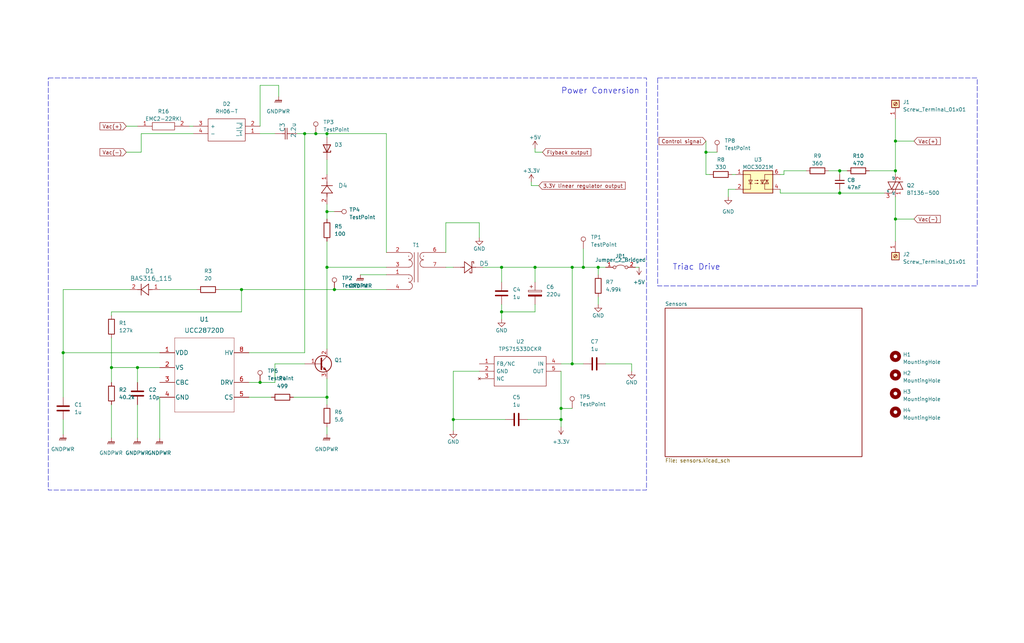
<source format=kicad_sch>
(kicad_sch (version 20230121) (generator eeschema)

  (uuid 738dac7a-3a97-4a11-8086-1e5248357a25)

  (paper "User" 350.012 220.015)

  (lib_symbols
    (symbol "445Library:BAS316_115" (pin_names (offset 0.254) hide) (in_bom yes) (on_board yes)
      (property "Reference" "D1" (at -6.35 -6.35 0)
        (effects (font (size 1.524 1.524)) (justify right))
      )
      (property "Value" "BAS316_115" (at -12.7 -3.81 0)
        (effects (font (size 1.524 1.524)) (justify right))
      )
      (property "Footprint" "footprints:SC-76_SOD323_NEX" (at -6.35 5.08 0)
        (effects (font (size 1.27 1.27) italic) hide)
      )
      (property "Datasheet" "BAS316_115" (at -3.81 7.62 0)
        (effects (font (size 1.27 1.27) italic) hide)
      )
      (property "ki_keywords" "BAS316,115" (at 0 0 0)
        (effects (font (size 1.27 1.27)) hide)
      )
      (property "ki_fp_filters" "SC-76_SOD323_NEX SC-76_SOD323_NEX-M SC-76_SOD323_NEX-L" (at 0 0 0)
        (effects (font (size 1.27 1.27)) hide)
      )
      (symbol "BAS316_115_1_1"
        (polyline
          (pts
            (xy 2.54 0)
            (xy 3.4798 0)
          )
          (stroke (width 0.2032) (type default))
          (fill (type none))
        )
        (polyline
          (pts
            (xy 3.175 0)
            (xy 3.81 0)
          )
          (stroke (width 0.2032) (type default))
          (fill (type none))
        )
        (polyline
          (pts
            (xy 3.81 -1.905)
            (xy 6.35 0)
          )
          (stroke (width 0.2032) (type default))
          (fill (type none))
        )
        (polyline
          (pts
            (xy 3.81 1.905)
            (xy 3.81 -1.905)
          )
          (stroke (width 0.2032) (type default))
          (fill (type none))
        )
        (polyline
          (pts
            (xy 6.35 -1.905)
            (xy 6.35 1.905)
          )
          (stroke (width 0.2032) (type default))
          (fill (type none))
        )
        (polyline
          (pts
            (xy 6.35 0)
            (xy 3.81 1.905)
          )
          (stroke (width 0.2032) (type default))
          (fill (type none))
        )
        (polyline
          (pts
            (xy 6.35 0)
            (xy 7.62 0)
          )
          (stroke (width 0.2032) (type default))
          (fill (type none))
        )
        (pin input line (at 0 0 0) (length 2.54)
          (name "Input" (effects (font (size 1.27 1.27))))
          (number "1" (effects (font (size 1.27 1.27))))
        )
        (pin output line (at 10.16 0 180) (length 2.54)
          (name "Output" (effects (font (size 1.27 1.27))))
          (number "2" (effects (font (size 1.27 1.27))))
        )
      )
      (symbol "BAS316_115_1_2"
        (polyline
          (pts
            (xy -1.905 3.81)
            (xy 1.905 3.81)
          )
          (stroke (width 0.2032) (type default))
          (fill (type none))
        )
        (polyline
          (pts
            (xy 0 2.54)
            (xy 0 3.4798)
          )
          (stroke (width 0.2032) (type default))
          (fill (type none))
        )
        (polyline
          (pts
            (xy 0 3.175)
            (xy 0 3.81)
          )
          (stroke (width 0.2032) (type default))
          (fill (type none))
        )
        (polyline
          (pts
            (xy 0 6.35)
            (xy -1.905 3.81)
          )
          (stroke (width 0.2032) (type default))
          (fill (type none))
        )
        (polyline
          (pts
            (xy 0 6.35)
            (xy 0 7.62)
          )
          (stroke (width 0.2032) (type default))
          (fill (type none))
        )
        (polyline
          (pts
            (xy 1.905 3.81)
            (xy 0 6.35)
          )
          (stroke (width 0.2032) (type default))
          (fill (type none))
        )
        (polyline
          (pts
            (xy 1.905 6.35)
            (xy -1.905 6.35)
          )
          (stroke (width 0.2032) (type default))
          (fill (type none))
        )
      )
    )
    (symbol "445Library:CGRM4007-G" (pin_names (offset 0.254)) (in_bom yes) (on_board yes)
      (property "Reference" "CR" (at 5.08 4.445 0)
        (effects (font (size 1.524 1.524)))
      )
      (property "Value" "CGRM4007-G" (at 5.08 -3.81 0)
        (effects (font (size 1.524 1.524)))
      )
      (property "Footprint" "CGRM" (at 0 0 0)
        (effects (font (size 1.27 1.27) italic) hide)
      )
      (property "Datasheet" "CGRM4007-G" (at 0 0 0)
        (effects (font (size 1.27 1.27) italic) hide)
      )
      (property "ki_locked" "" (at 0 0 0)
        (effects (font (size 1.27 1.27)))
      )
      (property "ki_keywords" "CGRM4007-G" (at 0 0 0)
        (effects (font (size 1.27 1.27)) hide)
      )
      (property "ki_fp_filters" "CGRM CGRM-M CGRM-L" (at 0 0 0)
        (effects (font (size 1.27 1.27)) hide)
      )
      (symbol "CGRM4007-G_1_1"
        (polyline
          (pts
            (xy 2.54 0)
            (xy 3.4798 0)
          )
          (stroke (width 0.2032) (type default))
          (fill (type none))
        )
        (polyline
          (pts
            (xy 3.175 0)
            (xy 3.81 0)
          )
          (stroke (width 0.2032) (type default))
          (fill (type none))
        )
        (polyline
          (pts
            (xy 3.81 -1.905)
            (xy 6.35 0)
          )
          (stroke (width 0.2032) (type default))
          (fill (type none))
        )
        (polyline
          (pts
            (xy 3.81 1.905)
            (xy 3.81 -1.905)
          )
          (stroke (width 0.2032) (type default))
          (fill (type none))
        )
        (polyline
          (pts
            (xy 6.35 -1.905)
            (xy 6.35 1.905)
          )
          (stroke (width 0.2032) (type default))
          (fill (type none))
        )
        (polyline
          (pts
            (xy 6.35 0)
            (xy 3.81 1.905)
          )
          (stroke (width 0.2032) (type default))
          (fill (type none))
        )
        (polyline
          (pts
            (xy 6.35 0)
            (xy 7.62 0)
          )
          (stroke (width 0.2032) (type default))
          (fill (type none))
        )
        (pin unspecified line (at 10.16 0 180) (length 2.54)
          (name "" (effects (font (size 1.27 1.27))))
          (number "1" (effects (font (size 1.27 1.27))))
        )
        (pin unspecified line (at 0 0 0) (length 2.54)
          (name "" (effects (font (size 1.27 1.27))))
          (number "2" (effects (font (size 1.27 1.27))))
        )
      )
      (symbol "CGRM4007-G_1_2"
        (polyline
          (pts
            (xy -1.905 3.81)
            (xy 1.905 3.81)
          )
          (stroke (width 0.2032) (type default))
          (fill (type none))
        )
        (polyline
          (pts
            (xy 0 2.54)
            (xy 0 3.4798)
          )
          (stroke (width 0.2032) (type default))
          (fill (type none))
        )
        (polyline
          (pts
            (xy 0 3.175)
            (xy 0 3.81)
          )
          (stroke (width 0.2032) (type default))
          (fill (type none))
        )
        (polyline
          (pts
            (xy 0 6.35)
            (xy -1.905 3.81)
          )
          (stroke (width 0.2032) (type default))
          (fill (type none))
        )
        (polyline
          (pts
            (xy 0 6.35)
            (xy 0 7.62)
          )
          (stroke (width 0.2032) (type default))
          (fill (type none))
        )
        (polyline
          (pts
            (xy 1.905 3.81)
            (xy 0 6.35)
          )
          (stroke (width 0.2032) (type default))
          (fill (type none))
        )
        (polyline
          (pts
            (xy 1.905 6.35)
            (xy -1.905 6.35)
          )
          (stroke (width 0.2032) (type default))
          (fill (type none))
        )
        (pin unspecified line (at 0 10.16 270) (length 2.54)
          (name "" (effects (font (size 1.27 1.27))))
          (number "1" (effects (font (size 1.27 1.27))))
        )
        (pin unspecified line (at 0 0 90) (length 2.54)
          (name "" (effects (font (size 1.27 1.27))))
          (number "2" (effects (font (size 1.27 1.27))))
        )
      )
    )
    (symbol "445Library:CKG57NX7T2W225M500JH" (pin_numbers hide) (pin_names (offset 1.651) hide) (in_bom yes) (on_board yes)
      (property "Reference" "C" (at 3.81 3.81 0)
        (effects (font (size 1.524 1.524)))
      )
      (property "Value" "CKG57NX7T2W225M500JH" (at 3.81 -7.62 0)
        (effects (font (size 1.524 1.524)))
      )
      (property "Footprint" "CAP_6050_TDK" (at 3.81 -9.144 0)
        (effects (font (size 1.524 1.524)) hide)
      )
      (property "Datasheet" "" (at 0 0 0)
        (effects (font (size 1.524 1.524)))
      )
      (property "ki_locked" "" (at 0 0 0)
        (effects (font (size 1.27 1.27)))
      )
      (property "ki_fp_filters" "CAP_6050_TDK CAP_6050_TDK-M CAP_6050_TDK-L" (at 0 0 0)
        (effects (font (size 1.27 1.27)) hide)
      )
      (symbol "CKG57NX7T2W225M500JH_1_1"
        (polyline
          (pts
            (xy 2.54 0)
            (xy 3.4798 0)
          )
          (stroke (width 0.2032) (type default))
          (fill (type none))
        )
        (polyline
          (pts
            (xy 3.4798 -1.905)
            (xy 3.4798 1.905)
          )
          (stroke (width 0.2032) (type default))
          (fill (type none))
        )
        (polyline
          (pts
            (xy 4.1148 -1.905)
            (xy 4.1148 1.905)
          )
          (stroke (width 0.2032) (type default))
          (fill (type none))
        )
        (polyline
          (pts
            (xy 4.1148 0)
            (xy 5.08 0)
          )
          (stroke (width 0.2032) (type default))
          (fill (type none))
        )
        (pin unspecified line (at 0 0 0) (length 2.54)
          (name "1" (effects (font (size 1.4986 1.4986))))
          (number "1" (effects (font (size 1.4986 1.4986))))
        )
        (pin unspecified line (at 7.62 0 180) (length 2.54)
          (name "2" (effects (font (size 1.4986 1.4986))))
          (number "2" (effects (font (size 1.4986 1.4986))))
        )
      )
    )
    (symbol "445Library:RH06-T" (pin_names (offset 0.762)) (in_bom yes) (on_board yes)
      (property "Reference" "BR" (at 19.05 7.62 0)
        (effects (font (size 1.27 1.27)) (justify left))
      )
      (property "Value" "RH06-T" (at 19.05 5.08 0)
        (effects (font (size 1.27 1.27)) (justify left))
      )
      (property "Footprint" "SOP250P700X300-4N" (at 19.05 2.54 0)
        (effects (font (size 1.27 1.27)) (justify left) hide)
      )
      (property "Datasheet" "https://www.diodes.com/assets/Datasheets/ds30137.pdf" (at 19.05 0 0)
        (effects (font (size 1.27 1.27)) (justify left) hide)
      )
      (property "Description" "Bridge Rectifiers 0.5A 600V" (at 19.05 -2.54 0)
        (effects (font (size 1.27 1.27)) (justify left) hide)
      )
      (property "Height" "3" (at 19.05 -5.08 0)
        (effects (font (size 1.27 1.27)) (justify left) hide)
      )
      (property "Mouser Part Number" "621-RH06-T" (at 19.05 -7.62 0)
        (effects (font (size 1.27 1.27)) (justify left) hide)
      )
      (property "Mouser Price/Stock" "https://www.mouser.co.uk/ProductDetail/Diodes-Incorporated/RH06-T?qs=sxN%252BoM2fis%2FIz4Q66ep0xQ%3D%3D" (at 19.05 -10.16 0)
        (effects (font (size 1.27 1.27)) (justify left) hide)
      )
      (property "Manufacturer_Name" "Diodes Inc." (at 19.05 -12.7 0)
        (effects (font (size 1.27 1.27)) (justify left) hide)
      )
      (property "Manufacturer_Part_Number" "RH06-T" (at 19.05 -15.24 0)
        (effects (font (size 1.27 1.27)) (justify left) hide)
      )
      (property "ki_description" "Bridge Rectifiers 0.5A 600V" (at 0 0 0)
        (effects (font (size 1.27 1.27)) hide)
      )
      (symbol "RH06-T_0_0"
        (pin passive line (at 0 0 0) (length 5.08)
          (name "~{_1}" (effects (font (size 1.27 1.27))))
          (number "1" (effects (font (size 1.27 1.27))))
        )
        (pin passive line (at 0 -2.54 0) (length 5.08)
          (name "~{_2}" (effects (font (size 1.27 1.27))))
          (number "2" (effects (font (size 1.27 1.27))))
        )
        (pin passive line (at 22.86 -2.54 180) (length 5.08)
          (name "+" (effects (font (size 1.27 1.27))))
          (number "3" (effects (font (size 1.27 1.27))))
        )
        (pin passive line (at 22.86 0 180) (length 5.08)
          (name "-" (effects (font (size 1.27 1.27))))
          (number "4" (effects (font (size 1.27 1.27))))
        )
      )
      (symbol "RH06-T_0_1"
        (polyline
          (pts
            (xy 5.08 2.54)
            (xy 17.78 2.54)
            (xy 17.78 -5.08)
            (xy 5.08 -5.08)
            (xy 5.08 2.54)
          )
          (stroke (width 0.1524) (type default))
          (fill (type none))
        )
      )
    )
    (symbol "445Library:SS110-TP" (pin_numbers hide) (pin_names (offset 0.254) hide) (in_bom yes) (on_board yes)
      (property "Reference" "D5" (at 8.89 1.27 0)
        (effects (font (size 1.524 1.524)) (justify left))
      )
      (property "Value" "SS110-TP" (at 8.89 -2.54 0)
        (effects (font (size 1.524 1.524)) (justify left) hide)
      )
      (property "Footprint" "footprints:DO-214AC_SMA_HIGHPROFILE_MCC" (at 0 5.08 0)
        (effects (font (size 1.27 1.27) italic) hide)
      )
      (property "Datasheet" "SS110-TP" (at -3.81 -3.81 0)
        (effects (font (size 1.27 1.27) italic) hide)
      )
      (property "ki_locked" "" (at 0 0 0)
        (effects (font (size 1.27 1.27)))
      )
      (property "ki_keywords" "SS110-TP" (at 0 0 0)
        (effects (font (size 1.27 1.27)) hide)
      )
      (property "ki_fp_filters" "DO-214AC_SMA_HIGHPROFILE_MCC DO-214AC_SMA_HIGHPROFILE_MCC-M DO-214AC_SMA_HIGHPROFILE_MCC-L" (at 0 0 0)
        (effects (font (size 1.27 1.27)) hide)
      )
      (symbol "SS110-TP_0_1"
        (polyline
          (pts
            (xy 2.54 0)
            (xy 3.4798 0)
          )
          (stroke (width 0.2032) (type default))
          (fill (type none))
        )
        (polyline
          (pts
            (xy 3.175 0)
            (xy 3.81 0)
          )
          (stroke (width 0.2032) (type default))
          (fill (type none))
        )
        (polyline
          (pts
            (xy 3.81 -1.905)
            (xy 6.35 0)
          )
          (stroke (width 0.2032) (type default))
          (fill (type none))
        )
        (polyline
          (pts
            (xy 3.81 1.905)
            (xy 3.81 -1.905)
          )
          (stroke (width 0.2032) (type default))
          (fill (type none))
        )
        (polyline
          (pts
            (xy 5.715 -1.905)
            (xy 5.715 -1.27)
          )
          (stroke (width 0.2032) (type default))
          (fill (type none))
        )
        (polyline
          (pts
            (xy 6.35 -1.905)
            (xy 5.715 -1.905)
          )
          (stroke (width 0.2032) (type default))
          (fill (type none))
        )
        (polyline
          (pts
            (xy 6.35 -1.905)
            (xy 6.35 1.905)
          )
          (stroke (width 0.2032) (type default))
          (fill (type none))
        )
        (polyline
          (pts
            (xy 6.35 0)
            (xy 3.81 1.905)
          )
          (stroke (width 0.2032) (type default))
          (fill (type none))
        )
        (polyline
          (pts
            (xy 6.35 0)
            (xy 7.62 0)
          )
          (stroke (width 0.2032) (type default))
          (fill (type none))
        )
        (polyline
          (pts
            (xy 6.35 1.905)
            (xy 6.985 1.905)
          )
          (stroke (width 0.2032) (type default))
          (fill (type none))
        )
        (polyline
          (pts
            (xy 6.985 1.905)
            (xy 6.985 1.27)
          )
          (stroke (width 0.2032) (type default))
          (fill (type none))
        )
      )
      (symbol "SS110-TP_1_1"
        (pin input line (at 0 0 0) (length 2.54)
          (name "1" (effects (font (size 1.27 1.27))))
          (number "1" (effects (font (size 1.27 1.27))))
        )
        (pin output line (at 10.16 0 180) (length 2.54)
          (name "2" (effects (font (size 1.27 1.27))))
          (number "2" (effects (font (size 1.27 1.27))))
        )
      )
    )
    (symbol "445Library:TPS71533DCKR" (pin_names (offset 0.762)) (in_bom yes) (on_board yes)
      (property "Reference" "IC" (at 24.13 7.62 0)
        (effects (font (size 1.27 1.27)) (justify left))
      )
      (property "Value" "TPS71533DCKR" (at 24.13 5.08 0)
        (effects (font (size 1.27 1.27)) (justify left))
      )
      (property "Footprint" "SOT65P210X110-5N" (at 24.13 2.54 0)
        (effects (font (size 1.27 1.27)) (justify left) hide)
      )
      (property "Datasheet" "https://datasheet.datasheetarchive.com/originals/distributors/Datasheets-SFU2/DSASFU100034056.pdf" (at 24.13 0 0)
        (effects (font (size 1.27 1.27)) (justify left) hide)
      )
      (property "Description" "TPS71533DCKR, Low Dropout Voltage Regulator, 0.05A, 3.3V +/-4%, 2.5 to 24Vin, 0.32W, 5-Pin SC-70" (at 24.13 -2.54 0)
        (effects (font (size 1.27 1.27)) (justify left) hide)
      )
      (property "Height" "1.1" (at 24.13 -5.08 0)
        (effects (font (size 1.27 1.27)) (justify left) hide)
      )
      (property "Mouser Part Number" "595-TPS71533DCKR" (at 24.13 -7.62 0)
        (effects (font (size 1.27 1.27)) (justify left) hide)
      )
      (property "Mouser Price/Stock" "https://www.mouser.co.uk/ProductDetail/Texas-Instruments/TPS71533DCKR?qs=UGVLDq%2F29uheQ5adrJJj1w%3D%3D" (at 24.13 -10.16 0)
        (effects (font (size 1.27 1.27)) (justify left) hide)
      )
      (property "Manufacturer_Name" "Texas Instruments" (at 24.13 -12.7 0)
        (effects (font (size 1.27 1.27)) (justify left) hide)
      )
      (property "Manufacturer_Part_Number" "TPS71533DCKR" (at 24.13 -15.24 0)
        (effects (font (size 1.27 1.27)) (justify left) hide)
      )
      (property "ki_description" "TPS71533DCKR, Low Dropout Voltage Regulator, 0.05A, 3.3V +/-4%, 2.5 to 24Vin, 0.32W, 5-Pin SC-70" (at 0 0 0)
        (effects (font (size 1.27 1.27)) hide)
      )
      (symbol "TPS71533DCKR_0_0"
        (pin passive line (at 0 0 0) (length 5.08)
          (name "FB/NC" (effects (font (size 1.27 1.27))))
          (number "1" (effects (font (size 1.27 1.27))))
        )
        (pin passive line (at 0 -2.54 0) (length 5.08)
          (name "GND" (effects (font (size 1.27 1.27))))
          (number "2" (effects (font (size 1.27 1.27))))
        )
        (pin no_connect line (at 0 -5.08 0) (length 5.08)
          (name "NC" (effects (font (size 1.27 1.27))))
          (number "3" (effects (font (size 1.27 1.27))))
        )
        (pin passive line (at 27.94 0 180) (length 5.08)
          (name "IN" (effects (font (size 1.27 1.27))))
          (number "4" (effects (font (size 1.27 1.27))))
        )
        (pin passive line (at 27.94 -2.54 180) (length 5.08)
          (name "OUT" (effects (font (size 1.27 1.27))))
          (number "5" (effects (font (size 1.27 1.27))))
        )
      )
      (symbol "TPS71533DCKR_0_1"
        (polyline
          (pts
            (xy 5.08 2.54)
            (xy 22.86 2.54)
            (xy 22.86 -7.62)
            (xy 5.08 -7.62)
            (xy 5.08 2.54)
          )
          (stroke (width 0.1524) (type default))
          (fill (type none))
        )
      )
    )
    (symbol "445Library:UCC28720D" (pin_names (offset 0.254)) (in_bom yes) (on_board yes)
      (property "Reference" "U" (at 0 2.54 0)
        (effects (font (size 1.524 1.524)))
      )
      (property "Value" "UCC28720D" (at 0 0 0)
        (effects (font (size 1.524 1.524)))
      )
      (property "Footprint" "D0007A_N" (at 0 -1.524 0)
        (effects (font (size 1.524 1.524)) hide)
      )
      (property "Datasheet" "" (at 0 0 0)
        (effects (font (size 1.524 1.524)))
      )
      (property "ki_locked" "" (at 0 0 0)
        (effects (font (size 1.27 1.27)))
      )
      (property "ki_fp_filters" "D0007A_N D0007A_M D0007A_L" (at 0 0 0)
        (effects (font (size 1.27 1.27)) hide)
      )
      (symbol "UCC28720D_1_1"
        (polyline
          (pts
            (xy -10.16 -12.7)
            (xy 10.16 -12.7)
          )
          (stroke (width 0.1016) (type default))
          (fill (type none))
        )
        (polyline
          (pts
            (xy -10.16 12.7)
            (xy -10.16 -12.7)
          )
          (stroke (width 0.1016) (type default))
          (fill (type none))
        )
        (polyline
          (pts
            (xy 10.16 -12.7)
            (xy 10.16 12.7)
          )
          (stroke (width 0.1016) (type default))
          (fill (type none))
        )
        (polyline
          (pts
            (xy 10.16 12.7)
            (xy -10.16 12.7)
          )
          (stroke (width 0.1016) (type default))
          (fill (type none))
        )
        (pin power_in line (at -15.24 7.62 0) (length 5.08)
          (name "VDD" (effects (font (size 1.4986 1.4986))))
          (number "1" (effects (font (size 1.4986 1.4986))))
        )
        (pin input line (at -15.24 2.54 0) (length 5.08)
          (name "VS" (effects (font (size 1.4986 1.4986))))
          (number "2" (effects (font (size 1.4986 1.4986))))
        )
        (pin input line (at -15.24 -2.54 0) (length 5.08)
          (name "CBC" (effects (font (size 1.4986 1.4986))))
          (number "3" (effects (font (size 1.4986 1.4986))))
        )
        (pin power_in line (at -15.24 -7.62 0) (length 5.08)
          (name "GND" (effects (font (size 1.4986 1.4986))))
          (number "4" (effects (font (size 1.4986 1.4986))))
        )
        (pin input line (at 15.24 -7.62 180) (length 5.08)
          (name "CS" (effects (font (size 1.4986 1.4986))))
          (number "5" (effects (font (size 1.4986 1.4986))))
        )
        (pin power_in line (at 15.24 -2.54 180) (length 5.08)
          (name "DRV" (effects (font (size 1.4986 1.4986))))
          (number "6" (effects (font (size 1.4986 1.4986))))
        )
        (pin power_in line (at 15.24 7.62 180) (length 5.08)
          (name "HV" (effects (font (size 1.4986 1.4986))))
          (number "8" (effects (font (size 1.4986 1.4986))))
        )
      )
    )
    (symbol "Connector:Screw_Terminal_01x01" (pin_names (offset 1.016) hide) (in_bom yes) (on_board yes)
      (property "Reference" "J" (at 0 2.54 0)
        (effects (font (size 1.27 1.27)))
      )
      (property "Value" "Screw_Terminal_01x01" (at 0 -2.54 0)
        (effects (font (size 1.27 1.27)))
      )
      (property "Footprint" "" (at 0 0 0)
        (effects (font (size 1.27 1.27)) hide)
      )
      (property "Datasheet" "~" (at 0 0 0)
        (effects (font (size 1.27 1.27)) hide)
      )
      (property "ki_keywords" "screw terminal" (at 0 0 0)
        (effects (font (size 1.27 1.27)) hide)
      )
      (property "ki_description" "Generic screw terminal, single row, 01x01, script generated (kicad-library-utils/schlib/autogen/connector/)" (at 0 0 0)
        (effects (font (size 1.27 1.27)) hide)
      )
      (property "ki_fp_filters" "TerminalBlock*:*" (at 0 0 0)
        (effects (font (size 1.27 1.27)) hide)
      )
      (symbol "Screw_Terminal_01x01_1_1"
        (rectangle (start -1.27 1.27) (end 1.27 -1.27)
          (stroke (width 0.254) (type default))
          (fill (type background))
        )
        (polyline
          (pts
            (xy -0.5334 0.3302)
            (xy 0.3302 -0.508)
          )
          (stroke (width 0.1524) (type default))
          (fill (type none))
        )
        (polyline
          (pts
            (xy -0.3556 0.508)
            (xy 0.508 -0.3302)
          )
          (stroke (width 0.1524) (type default))
          (fill (type none))
        )
        (circle (center 0 0) (radius 0.635)
          (stroke (width 0.1524) (type default))
          (fill (type none))
        )
        (pin passive line (at -5.08 0 0) (length 3.81)
          (name "Pin_1" (effects (font (size 1.27 1.27))))
          (number "1" (effects (font (size 1.27 1.27))))
        )
      )
    )
    (symbol "Connector:TestPoint" (pin_numbers hide) (pin_names (offset 0.762) hide) (in_bom yes) (on_board yes)
      (property "Reference" "TP" (at 0 6.858 0)
        (effects (font (size 1.27 1.27)))
      )
      (property "Value" "TestPoint" (at 0 5.08 0)
        (effects (font (size 1.27 1.27)))
      )
      (property "Footprint" "" (at 5.08 0 0)
        (effects (font (size 1.27 1.27)) hide)
      )
      (property "Datasheet" "~" (at 5.08 0 0)
        (effects (font (size 1.27 1.27)) hide)
      )
      (property "ki_keywords" "test point tp" (at 0 0 0)
        (effects (font (size 1.27 1.27)) hide)
      )
      (property "ki_description" "test point" (at 0 0 0)
        (effects (font (size 1.27 1.27)) hide)
      )
      (property "ki_fp_filters" "Pin* Test*" (at 0 0 0)
        (effects (font (size 1.27 1.27)) hide)
      )
      (symbol "TestPoint_0_1"
        (circle (center 0 3.302) (radius 0.762)
          (stroke (width 0) (type default))
          (fill (type none))
        )
      )
      (symbol "TestPoint_1_1"
        (pin passive line (at 0 0 90) (length 2.54)
          (name "1" (effects (font (size 1.27 1.27))))
          (number "1" (effects (font (size 1.27 1.27))))
        )
      )
    )
    (symbol "Device:C" (pin_numbers hide) (pin_names (offset 0.254)) (in_bom yes) (on_board yes)
      (property "Reference" "C" (at 0.635 2.54 0)
        (effects (font (size 1.27 1.27)) (justify left))
      )
      (property "Value" "C" (at 0.635 -2.54 0)
        (effects (font (size 1.27 1.27)) (justify left))
      )
      (property "Footprint" "" (at 0.9652 -3.81 0)
        (effects (font (size 1.27 1.27)) hide)
      )
      (property "Datasheet" "~" (at 0 0 0)
        (effects (font (size 1.27 1.27)) hide)
      )
      (property "ki_keywords" "cap capacitor" (at 0 0 0)
        (effects (font (size 1.27 1.27)) hide)
      )
      (property "ki_description" "Unpolarized capacitor" (at 0 0 0)
        (effects (font (size 1.27 1.27)) hide)
      )
      (property "ki_fp_filters" "C_*" (at 0 0 0)
        (effects (font (size 1.27 1.27)) hide)
      )
      (symbol "C_0_1"
        (polyline
          (pts
            (xy -2.032 -0.762)
            (xy 2.032 -0.762)
          )
          (stroke (width 0.508) (type default))
          (fill (type none))
        )
        (polyline
          (pts
            (xy -2.032 0.762)
            (xy 2.032 0.762)
          )
          (stroke (width 0.508) (type default))
          (fill (type none))
        )
      )
      (symbol "C_1_1"
        (pin passive line (at 0 3.81 270) (length 2.794)
          (name "~" (effects (font (size 1.27 1.27))))
          (number "1" (effects (font (size 1.27 1.27))))
        )
        (pin passive line (at 0 -3.81 90) (length 2.794)
          (name "~" (effects (font (size 1.27 1.27))))
          (number "2" (effects (font (size 1.27 1.27))))
        )
      )
    )
    (symbol "Device:C_Polarized" (pin_numbers hide) (pin_names (offset 0.254)) (in_bom yes) (on_board yes)
      (property "Reference" "C" (at 0.635 2.54 0)
        (effects (font (size 1.27 1.27)) (justify left))
      )
      (property "Value" "C_Polarized" (at 0.635 -2.54 0)
        (effects (font (size 1.27 1.27)) (justify left))
      )
      (property "Footprint" "" (at 0.9652 -3.81 0)
        (effects (font (size 1.27 1.27)) hide)
      )
      (property "Datasheet" "~" (at 0 0 0)
        (effects (font (size 1.27 1.27)) hide)
      )
      (property "ki_keywords" "cap capacitor" (at 0 0 0)
        (effects (font (size 1.27 1.27)) hide)
      )
      (property "ki_description" "Polarized capacitor" (at 0 0 0)
        (effects (font (size 1.27 1.27)) hide)
      )
      (property "ki_fp_filters" "CP_*" (at 0 0 0)
        (effects (font (size 1.27 1.27)) hide)
      )
      (symbol "C_Polarized_0_1"
        (rectangle (start -2.286 0.508) (end 2.286 1.016)
          (stroke (width 0) (type default))
          (fill (type none))
        )
        (polyline
          (pts
            (xy -1.778 2.286)
            (xy -0.762 2.286)
          )
          (stroke (width 0) (type default))
          (fill (type none))
        )
        (polyline
          (pts
            (xy -1.27 2.794)
            (xy -1.27 1.778)
          )
          (stroke (width 0) (type default))
          (fill (type none))
        )
        (rectangle (start 2.286 -0.508) (end -2.286 -1.016)
          (stroke (width 0) (type default))
          (fill (type outline))
        )
      )
      (symbol "C_Polarized_1_1"
        (pin passive line (at 0 3.81 270) (length 2.794)
          (name "~" (effects (font (size 1.27 1.27))))
          (number "1" (effects (font (size 1.27 1.27))))
        )
        (pin passive line (at 0 -3.81 90) (length 2.794)
          (name "~" (effects (font (size 1.27 1.27))))
          (number "2" (effects (font (size 1.27 1.27))))
        )
      )
    )
    (symbol "Device:C_Small" (pin_numbers hide) (pin_names (offset 0.254) hide) (in_bom yes) (on_board yes)
      (property "Reference" "C" (at 0.254 1.778 0)
        (effects (font (size 1.27 1.27)) (justify left))
      )
      (property "Value" "C_Small" (at 0.254 -2.032 0)
        (effects (font (size 1.27 1.27)) (justify left))
      )
      (property "Footprint" "" (at 0 0 0)
        (effects (font (size 1.27 1.27)) hide)
      )
      (property "Datasheet" "~" (at 0 0 0)
        (effects (font (size 1.27 1.27)) hide)
      )
      (property "ki_keywords" "capacitor cap" (at 0 0 0)
        (effects (font (size 1.27 1.27)) hide)
      )
      (property "ki_description" "Unpolarized capacitor, small symbol" (at 0 0 0)
        (effects (font (size 1.27 1.27)) hide)
      )
      (property "ki_fp_filters" "C_*" (at 0 0 0)
        (effects (font (size 1.27 1.27)) hide)
      )
      (symbol "C_Small_0_1"
        (polyline
          (pts
            (xy -1.524 -0.508)
            (xy 1.524 -0.508)
          )
          (stroke (width 0.3302) (type default))
          (fill (type none))
        )
        (polyline
          (pts
            (xy -1.524 0.508)
            (xy 1.524 0.508)
          )
          (stroke (width 0.3048) (type default))
          (fill (type none))
        )
      )
      (symbol "C_Small_1_1"
        (pin passive line (at 0 2.54 270) (length 2.032)
          (name "~" (effects (font (size 1.27 1.27))))
          (number "1" (effects (font (size 1.27 1.27))))
        )
        (pin passive line (at 0 -2.54 90) (length 2.032)
          (name "~" (effects (font (size 1.27 1.27))))
          (number "2" (effects (font (size 1.27 1.27))))
        )
      )
    )
    (symbol "Device:D_Zener" (pin_numbers hide) (pin_names (offset 1.016) hide) (in_bom yes) (on_board yes)
      (property "Reference" "D" (at 0 2.54 0)
        (effects (font (size 1.27 1.27)))
      )
      (property "Value" "D_Zener" (at 0 -2.54 0)
        (effects (font (size 1.27 1.27)))
      )
      (property "Footprint" "" (at 0 0 0)
        (effects (font (size 1.27 1.27)) hide)
      )
      (property "Datasheet" "~" (at 0 0 0)
        (effects (font (size 1.27 1.27)) hide)
      )
      (property "ki_keywords" "diode" (at 0 0 0)
        (effects (font (size 1.27 1.27)) hide)
      )
      (property "ki_description" "Zener diode" (at 0 0 0)
        (effects (font (size 1.27 1.27)) hide)
      )
      (property "ki_fp_filters" "TO-???* *_Diode_* *SingleDiode* D_*" (at 0 0 0)
        (effects (font (size 1.27 1.27)) hide)
      )
      (symbol "D_Zener_0_1"
        (polyline
          (pts
            (xy 1.27 0)
            (xy -1.27 0)
          )
          (stroke (width 0) (type default))
          (fill (type none))
        )
        (polyline
          (pts
            (xy -1.27 -1.27)
            (xy -1.27 1.27)
            (xy -0.762 1.27)
          )
          (stroke (width 0.254) (type default))
          (fill (type none))
        )
        (polyline
          (pts
            (xy 1.27 -1.27)
            (xy 1.27 1.27)
            (xy -1.27 0)
            (xy 1.27 -1.27)
          )
          (stroke (width 0.254) (type default))
          (fill (type none))
        )
      )
      (symbol "D_Zener_1_1"
        (pin passive line (at -3.81 0 0) (length 2.54)
          (name "K" (effects (font (size 1.27 1.27))))
          (number "1" (effects (font (size 1.27 1.27))))
        )
        (pin passive line (at 3.81 0 180) (length 2.54)
          (name "A" (effects (font (size 1.27 1.27))))
          (number "2" (effects (font (size 1.27 1.27))))
        )
      )
    )
    (symbol "Device:Q_NPN_BCE" (pin_names (offset 0) hide) (in_bom yes) (on_board yes)
      (property "Reference" "Q" (at 5.08 1.27 0)
        (effects (font (size 1.27 1.27)) (justify left))
      )
      (property "Value" "Q_NPN_BCE" (at 5.08 -1.27 0)
        (effects (font (size 1.27 1.27)) (justify left))
      )
      (property "Footprint" "" (at 5.08 2.54 0)
        (effects (font (size 1.27 1.27)) hide)
      )
      (property "Datasheet" "~" (at 0 0 0)
        (effects (font (size 1.27 1.27)) hide)
      )
      (property "ki_keywords" "transistor NPN" (at 0 0 0)
        (effects (font (size 1.27 1.27)) hide)
      )
      (property "ki_description" "NPN transistor, base/collector/emitter" (at 0 0 0)
        (effects (font (size 1.27 1.27)) hide)
      )
      (symbol "Q_NPN_BCE_0_1"
        (polyline
          (pts
            (xy 0.635 0.635)
            (xy 2.54 2.54)
          )
          (stroke (width 0) (type default))
          (fill (type none))
        )
        (polyline
          (pts
            (xy 0.635 -0.635)
            (xy 2.54 -2.54)
            (xy 2.54 -2.54)
          )
          (stroke (width 0) (type default))
          (fill (type none))
        )
        (polyline
          (pts
            (xy 0.635 1.905)
            (xy 0.635 -1.905)
            (xy 0.635 -1.905)
          )
          (stroke (width 0.508) (type default))
          (fill (type none))
        )
        (polyline
          (pts
            (xy 1.27 -1.778)
            (xy 1.778 -1.27)
            (xy 2.286 -2.286)
            (xy 1.27 -1.778)
            (xy 1.27 -1.778)
          )
          (stroke (width 0) (type default))
          (fill (type outline))
        )
        (circle (center 1.27 0) (radius 2.8194)
          (stroke (width 0.254) (type default))
          (fill (type none))
        )
      )
      (symbol "Q_NPN_BCE_1_1"
        (pin input line (at -5.08 0 0) (length 5.715)
          (name "B" (effects (font (size 1.27 1.27))))
          (number "1" (effects (font (size 1.27 1.27))))
        )
        (pin passive line (at 2.54 5.08 270) (length 2.54)
          (name "C" (effects (font (size 1.27 1.27))))
          (number "2" (effects (font (size 1.27 1.27))))
        )
        (pin passive line (at 2.54 -5.08 90) (length 2.54)
          (name "E" (effects (font (size 1.27 1.27))))
          (number "3" (effects (font (size 1.27 1.27))))
        )
      )
    )
    (symbol "Device:R" (pin_numbers hide) (pin_names (offset 0)) (in_bom yes) (on_board yes)
      (property "Reference" "R" (at 2.032 0 90)
        (effects (font (size 1.27 1.27)))
      )
      (property "Value" "R" (at 0 0 90)
        (effects (font (size 1.27 1.27)))
      )
      (property "Footprint" "" (at -1.778 0 90)
        (effects (font (size 1.27 1.27)) hide)
      )
      (property "Datasheet" "~" (at 0 0 0)
        (effects (font (size 1.27 1.27)) hide)
      )
      (property "ki_keywords" "R res resistor" (at 0 0 0)
        (effects (font (size 1.27 1.27)) hide)
      )
      (property "ki_description" "Resistor" (at 0 0 0)
        (effects (font (size 1.27 1.27)) hide)
      )
      (property "ki_fp_filters" "R_*" (at 0 0 0)
        (effects (font (size 1.27 1.27)) hide)
      )
      (symbol "R_0_1"
        (rectangle (start -1.016 -2.54) (end 1.016 2.54)
          (stroke (width 0.254) (type default))
          (fill (type none))
        )
      )
      (symbol "R_1_1"
        (pin passive line (at 0 3.81 270) (length 1.27)
          (name "~" (effects (font (size 1.27 1.27))))
          (number "1" (effects (font (size 1.27 1.27))))
        )
        (pin passive line (at 0 -3.81 90) (length 1.27)
          (name "~" (effects (font (size 1.27 1.27))))
          (number "2" (effects (font (size 1.27 1.27))))
        )
      )
    )
    (symbol "Device:Transformer_SP_1S" (pin_names (offset 1.016) hide) (in_bom yes) (on_board yes)
      (property "Reference" "T?" (at 0.0127 10.16 0)
        (effects (font (size 1.27 1.27)))
      )
      (property "Value" "Transformer_SP_1S" (at 0.0127 7.62 0)
        (effects (font (size 1.27 1.27)))
      )
      (property "Footprint" "" (at 0 0 0)
        (effects (font (size 1.27 1.27)) hide)
      )
      (property "Datasheet" "~" (at 0 0 0)
        (effects (font (size 1.27 1.27)) hide)
      )
      (property "ki_keywords" "transformer coil magnet" (at 0 0 0)
        (effects (font (size 1.27 1.27)) hide)
      )
      (property "ki_description" "Transformer, split primary, single secondary" (at 0 0 0)
        (effects (font (size 1.27 1.27)) hide)
      )
      (symbol "Transformer_SP_1S_0_1"
        (arc (start -2.54 -5.0546) (mid -1.6599 -4.6901) (end -1.27 -3.81)
          (stroke (width 0) (type default))
          (fill (type none))
        )
        (circle (center -2.54 -3.81) (radius 0.0001)
          (stroke (width 0) (type default))
          (fill (type none))
        )
        (arc (start -2.54 0.0254) (mid -1.6599 0.3899) (end -1.27 1.27)
          (stroke (width 0) (type default))
          (fill (type none))
        )
        (arc (start -2.54 2.5654) (mid -1.6599 2.9299) (end -1.27 3.81)
          (stroke (width 0) (type default))
          (fill (type none))
        )
        (circle (center -2.54 3.81) (radius 0.0001)
          (stroke (width 0) (type default))
          (fill (type none))
        )
        (arc (start -2.5217 -7.6389) (mid -1.6378 -7.2706) (end -1.2517 -6.3943)
          (stroke (width 0) (type default))
          (fill (type none))
        )
        (arc (start -1.2699 -6.3499) (mid -1.6419 -5.4519) (end -2.5399 -5.0799)
          (stroke (width 0) (type default))
          (fill (type none))
        )
        (arc (start -1.27 -3.81) (mid -1.642 -2.912) (end -2.54 -2.54)
          (stroke (width 0) (type default))
          (fill (type none))
        )
        (arc (start -1.27 1.27) (mid -1.642 2.168) (end -2.54 2.54)
          (stroke (width 0) (type default))
          (fill (type none))
        )
        (arc (start -1.27 3.81) (mid -1.642 4.708) (end -2.54 5.08)
          (stroke (width 0) (type default))
          (fill (type none))
        )
        (polyline
          (pts
            (xy -0.635 5.08)
            (xy -0.635 -5.08)
          )
          (stroke (width 0) (type default))
          (fill (type none))
        )
        (polyline
          (pts
            (xy 0.635 -5.08)
            (xy 0.635 5.08)
          )
          (stroke (width 0) (type default))
          (fill (type none))
        )
        (arc (start 1.2954 1.27) (mid 1.6599 0.3899) (end 2.54 0.0254)
          (stroke (width 0) (type default))
          (fill (type none))
        )
        (arc (start 1.2954 3.81) (mid 1.6599 2.9299) (end 2.54 2.5654)
          (stroke (width 0) (type default))
          (fill (type none))
        )
        (arc (start 2.54 2.54) (mid 1.642 2.168) (end 1.2954 1.27)
          (stroke (width 0) (type default))
          (fill (type none))
        )
        (circle (center 2.54 3.81) (radius 0.0001)
          (stroke (width 0) (type default))
          (fill (type none))
        )
        (arc (start 2.54 5.08) (mid 1.642 4.708) (end 1.2954 3.81)
          (stroke (width 0) (type default))
          (fill (type none))
        )
      )
      (symbol "Transformer_SP_1S_1_1"
        (pin passive line (at -10.16 -2.54 0) (length 7.62)
          (name "PR2" (effects (font (size 1.27 1.27))))
          (number "1" (effects (font (size 1.27 1.27))))
        )
        (pin passive line (at -10.16 5.08 0) (length 7.62)
          (name "PM" (effects (font (size 1.27 1.27))))
          (number "2" (effects (font (size 1.27 1.27))))
        )
        (pin passive line (at -10.16 0 0) (length 7.62)
          (name "PR2" (effects (font (size 1.27 1.27))))
          (number "3" (effects (font (size 1.27 1.27))))
        )
        (pin passive line (at -10.16 -7.62 0) (length 7.62)
          (name "PR2" (effects (font (size 1.27 1.27))))
          (number "4" (effects (font (size 1.27 1.27))))
        )
        (pin passive line (at 10.16 5.08 180) (length 7.62)
          (name "S1" (effects (font (size 1.27 1.27))))
          (number "6" (effects (font (size 1.27 1.27))))
        )
        (pin passive line (at 10.16 0 180) (length 7.62)
          (name "S2" (effects (font (size 1.27 1.27))))
          (number "7" (effects (font (size 1.27 1.27))))
        )
      )
    )
    (symbol "EMC2-22RKI:EMC2-22RKI" (pin_names (offset 0.762)) (in_bom yes) (on_board yes)
      (property "Reference" "R" (at 13.97 6.35 0)
        (effects (font (size 1.27 1.27)) (justify left))
      )
      (property "Value" "EMC2-22RKI" (at 13.97 3.81 0)
        (effects (font (size 1.27 1.27)) (justify left))
      )
      (property "Footprint" "RESAD2600W80L1000D400" (at 13.97 1.27 0)
        (effects (font (size 1.27 1.27)) (justify left) hide)
      )
      (property "Datasheet" "https://componentsearchengine.com/Datasheets/1/EMC2-22RKI.pdf" (at 13.97 -1.27 0)
        (effects (font (size 1.27 1.27)) (justify left) hide)
      )
      (property "Description" "Metal Film Resistors - Through Hole 22 ohm 10% 2W Metal Film Resistor" (at 13.97 -3.81 0)
        (effects (font (size 1.27 1.27)) (justify left) hide)
      )
      (property "Height" "" (at 13.97 -6.35 0)
        (effects (font (size 1.27 1.27)) (justify left) hide)
      )
      (property "Mouser Part Number" "756-EMC2-22RKI" (at 13.97 -8.89 0)
        (effects (font (size 1.27 1.27)) (justify left) hide)
      )
      (property "Mouser Price/Stock" "https://www.mouser.com/Search/Refine.aspx?Keyword=756-EMC2-22RKI" (at 13.97 -11.43 0)
        (effects (font (size 1.27 1.27)) (justify left) hide)
      )
      (property "Manufacturer_Name" "TT Electronics" (at 13.97 -13.97 0)
        (effects (font (size 1.27 1.27)) (justify left) hide)
      )
      (property "Manufacturer_Part_Number" "EMC2-22RKI" (at 13.97 -16.51 0)
        (effects (font (size 1.27 1.27)) (justify left) hide)
      )
      (symbol "EMC2-22RKI_0_0"
        (pin passive line (at 0 0 0) (length 5.08)
          (name "~" (effects (font (size 1.27 1.27))))
          (number "1" (effects (font (size 1.27 1.27))))
        )
        (pin passive line (at 17.78 0 180) (length 5.08)
          (name "~" (effects (font (size 1.27 1.27))))
          (number "2" (effects (font (size 1.27 1.27))))
        )
      )
      (symbol "EMC2-22RKI_0_1"
        (polyline
          (pts
            (xy 5.08 1.27)
            (xy 12.7 1.27)
            (xy 12.7 -1.27)
            (xy 5.08 -1.27)
            (xy 5.08 1.27)
          )
          (stroke (width 0.1524) (type solid))
          (fill (type none))
        )
      )
    )
    (symbol "Jumper:Jumper_2_Bridged" (pin_names (offset 0) hide) (in_bom yes) (on_board yes)
      (property "Reference" "JP" (at 0 1.905 0)
        (effects (font (size 1.27 1.27)))
      )
      (property "Value" "Jumper_2_Bridged" (at 0 -2.54 0)
        (effects (font (size 1.27 1.27)))
      )
      (property "Footprint" "" (at 0 0 0)
        (effects (font (size 1.27 1.27)) hide)
      )
      (property "Datasheet" "~" (at 0 0 0)
        (effects (font (size 1.27 1.27)) hide)
      )
      (property "ki_keywords" "Jumper SPST" (at 0 0 0)
        (effects (font (size 1.27 1.27)) hide)
      )
      (property "ki_description" "Jumper, 2-pole, closed/bridged" (at 0 0 0)
        (effects (font (size 1.27 1.27)) hide)
      )
      (property "ki_fp_filters" "Jumper* TestPoint*2Pads* TestPoint*Bridge*" (at 0 0 0)
        (effects (font (size 1.27 1.27)) hide)
      )
      (symbol "Jumper_2_Bridged_0_0"
        (circle (center -2.032 0) (radius 0.508)
          (stroke (width 0) (type default))
          (fill (type none))
        )
        (circle (center 2.032 0) (radius 0.508)
          (stroke (width 0) (type default))
          (fill (type none))
        )
      )
      (symbol "Jumper_2_Bridged_0_1"
        (arc (start 1.524 0.254) (mid 0 0.762) (end -1.524 0.254)
          (stroke (width 0) (type default))
          (fill (type none))
        )
      )
      (symbol "Jumper_2_Bridged_1_1"
        (pin passive line (at -5.08 0 0) (length 2.54)
          (name "A" (effects (font (size 1.27 1.27))))
          (number "1" (effects (font (size 1.27 1.27))))
        )
        (pin passive line (at 5.08 0 180) (length 2.54)
          (name "B" (effects (font (size 1.27 1.27))))
          (number "2" (effects (font (size 1.27 1.27))))
        )
      )
    )
    (symbol "Mechanical:MountingHole" (pin_names (offset 1.016)) (in_bom yes) (on_board yes)
      (property "Reference" "H" (at 0 5.08 0)
        (effects (font (size 1.27 1.27)))
      )
      (property "Value" "MountingHole" (at 0 3.175 0)
        (effects (font (size 1.27 1.27)))
      )
      (property "Footprint" "" (at 0 0 0)
        (effects (font (size 1.27 1.27)) hide)
      )
      (property "Datasheet" "~" (at 0 0 0)
        (effects (font (size 1.27 1.27)) hide)
      )
      (property "ki_keywords" "mounting hole" (at 0 0 0)
        (effects (font (size 1.27 1.27)) hide)
      )
      (property "ki_description" "Mounting Hole without connection" (at 0 0 0)
        (effects (font (size 1.27 1.27)) hide)
      )
      (property "ki_fp_filters" "MountingHole*" (at 0 0 0)
        (effects (font (size 1.27 1.27)) hide)
      )
      (symbol "MountingHole_0_1"
        (circle (center 0 0) (radius 1.27)
          (stroke (width 1.27) (type default))
          (fill (type none))
        )
      )
    )
    (symbol "Relay_SolidState:MOC3021M" (in_bom yes) (on_board yes)
      (property "Reference" "U" (at -5.334 4.826 0)
        (effects (font (size 1.27 1.27)) (justify left))
      )
      (property "Value" "MOC3021M" (at 0 5.08 0)
        (effects (font (size 1.27 1.27)) (justify left))
      )
      (property "Footprint" "" (at -5.08 -5.08 0)
        (effects (font (size 1.27 1.27) italic) (justify left) hide)
      )
      (property "Datasheet" "https://www.onsemi.com/pub/Collateral/MOC3023M-D.PDF" (at 0 0 0)
        (effects (font (size 1.27 1.27)) (justify left) hide)
      )
      (property "ki_keywords" "Opto-Triac Opto Triac Random Phase" (at 0 0 0)
        (effects (font (size 1.27 1.27)) hide)
      )
      (property "ki_description" "Random Phase Opto-Triac, Vdrm 400V, Ift 15mA, DIP6" (at 0 0 0)
        (effects (font (size 1.27 1.27)) hide)
      )
      (property "ki_fp_filters" "DIP*W7.62mm* SMDIP*W9.53mm* DIP*W10.16mm*" (at 0 0 0)
        (effects (font (size 1.27 1.27)) hide)
      )
      (symbol "MOC3021M_0_1"
        (rectangle (start -5.08 3.81) (end 5.08 -3.81)
          (stroke (width 0.254) (type default))
          (fill (type background))
        )
        (polyline
          (pts
            (xy -3.175 -0.635)
            (xy -1.905 -0.635)
          )
          (stroke (width 0) (type default))
          (fill (type none))
        )
        (polyline
          (pts
            (xy 1.524 -0.635)
            (xy 1.524 0.635)
          )
          (stroke (width 0) (type default))
          (fill (type none))
        )
        (polyline
          (pts
            (xy 3.048 0.635)
            (xy 3.048 -0.635)
          )
          (stroke (width 0) (type default))
          (fill (type none))
        )
        (polyline
          (pts
            (xy 2.286 -0.635)
            (xy 2.286 -2.54)
            (xy 5.08 -2.54)
          )
          (stroke (width 0) (type default))
          (fill (type none))
        )
        (polyline
          (pts
            (xy 2.286 0.635)
            (xy 2.286 2.54)
            (xy 5.08 2.54)
          )
          (stroke (width 0) (type default))
          (fill (type none))
        )
        (polyline
          (pts
            (xy -5.08 2.54)
            (xy -2.54 2.54)
            (xy -2.54 -2.54)
            (xy -5.08 -2.54)
          )
          (stroke (width 0) (type default))
          (fill (type none))
        )
        (polyline
          (pts
            (xy -2.54 -0.635)
            (xy -3.175 0.635)
            (xy -1.905 0.635)
            (xy -2.54 -0.635)
          )
          (stroke (width 0) (type default))
          (fill (type none))
        )
        (polyline
          (pts
            (xy 0.889 -0.635)
            (xy 3.683 -0.635)
            (xy 3.048 0.635)
            (xy 2.413 -0.635)
          )
          (stroke (width 0) (type default))
          (fill (type none))
        )
        (polyline
          (pts
            (xy 3.683 0.635)
            (xy 0.889 0.635)
            (xy 1.524 -0.635)
            (xy 2.159 0.635)
          )
          (stroke (width 0) (type default))
          (fill (type none))
        )
        (polyline
          (pts
            (xy -1.143 -0.508)
            (xy 0.127 -0.508)
            (xy -0.254 -0.635)
            (xy -0.254 -0.381)
            (xy 0.127 -0.508)
          )
          (stroke (width 0) (type default))
          (fill (type none))
        )
        (polyline
          (pts
            (xy -1.143 0.508)
            (xy 0.127 0.508)
            (xy -0.254 0.381)
            (xy -0.254 0.635)
            (xy 0.127 0.508)
          )
          (stroke (width 0) (type default))
          (fill (type none))
        )
      )
      (symbol "MOC3021M_1_1"
        (pin passive line (at -7.62 2.54 0) (length 2.54)
          (name "~" (effects (font (size 1.27 1.27))))
          (number "1" (effects (font (size 1.27 1.27))))
        )
        (pin passive line (at -7.62 -2.54 0) (length 2.54)
          (name "~" (effects (font (size 1.27 1.27))))
          (number "2" (effects (font (size 1.27 1.27))))
        )
        (pin no_connect line (at -5.08 0 0) (length 2.54) hide
          (name "NC" (effects (font (size 1.27 1.27))))
          (number "3" (effects (font (size 1.27 1.27))))
        )
        (pin passive line (at 7.62 -2.54 180) (length 2.54)
          (name "~" (effects (font (size 1.27 1.27))))
          (number "4" (effects (font (size 1.27 1.27))))
        )
        (pin no_connect line (at 5.08 0 180) (length 2.54) hide
          (name "NC" (effects (font (size 1.27 1.27))))
          (number "5" (effects (font (size 1.27 1.27))))
        )
        (pin passive line (at 7.62 2.54 180) (length 2.54)
          (name "~" (effects (font (size 1.27 1.27))))
          (number "6" (effects (font (size 1.27 1.27))))
        )
      )
    )
    (symbol "Triac_Thyristor:BT136-500" (pin_names (offset 0)) (in_bom yes) (on_board yes)
      (property "Reference" "Q" (at 5.08 1.905 0)
        (effects (font (size 1.27 1.27)) (justify left))
      )
      (property "Value" "BT136-500" (at 5.08 0 0)
        (effects (font (size 1.27 1.27)) (justify left))
      )
      (property "Footprint" "Package_TO_SOT_THT:TO-220-3_Vertical" (at 5.08 -1.905 0)
        (effects (font (size 1.27 1.27) italic) (justify left) hide)
      )
      (property "Datasheet" "http://www.micropik.com/PDF/BT136-600.pdf" (at 0 0 0)
        (effects (font (size 1.27 1.27)) (justify left) hide)
      )
      (property "ki_keywords" "Triac" (at 0 0 0)
        (effects (font (size 1.27 1.27)) hide)
      )
      (property "ki_description" "4A RMS, 500V Off-State Voltage, Triac, TO-220" (at 0 0 0)
        (effects (font (size 1.27 1.27)) hide)
      )
      (property "ki_fp_filters" "TO?220*" (at 0 0 0)
        (effects (font (size 1.27 1.27)) hide)
      )
      (symbol "BT136-500_0_1"
        (polyline
          (pts
            (xy -2.54 -1.27)
            (xy 2.54 -1.27)
          )
          (stroke (width 0.2032) (type default))
          (fill (type none))
        )
        (polyline
          (pts
            (xy -2.54 1.27)
            (xy 2.54 1.27)
          )
          (stroke (width 0.2032) (type default))
          (fill (type none))
        )
        (polyline
          (pts
            (xy -1.27 -2.54)
            (xy -0.635 -1.27)
          )
          (stroke (width 0) (type default))
          (fill (type none))
        )
        (polyline
          (pts
            (xy -2.54 1.27)
            (xy -1.27 -1.27)
            (xy 0 1.27)
          )
          (stroke (width 0.2032) (type default))
          (fill (type none))
        )
        (polyline
          (pts
            (xy 0 -1.27)
            (xy 1.27 1.27)
            (xy 2.54 -1.27)
          )
          (stroke (width 0.2032) (type default))
          (fill (type none))
        )
      )
      (symbol "BT136-500_1_1"
        (pin passive line (at 0 -3.81 90) (length 2.54)
          (name "A1" (effects (font (size 0.635 0.635))))
          (number "1" (effects (font (size 1.27 1.27))))
        )
        (pin passive line (at 0 3.81 270) (length 2.54)
          (name "A2" (effects (font (size 0.635 0.635))))
          (number "2" (effects (font (size 1.27 1.27))))
        )
        (pin input line (at -3.81 -2.54 0) (length 2.54)
          (name "G" (effects (font (size 0.635 0.635))))
          (number "3" (effects (font (size 1.27 1.27))))
        )
      )
    )
    (symbol "power:+3.3V" (power) (pin_names (offset 0)) (in_bom yes) (on_board yes)
      (property "Reference" "#PWR" (at 0 -3.81 0)
        (effects (font (size 1.27 1.27)) hide)
      )
      (property "Value" "+3.3V" (at 0 3.556 0)
        (effects (font (size 1.27 1.27)))
      )
      (property "Footprint" "" (at 0 0 0)
        (effects (font (size 1.27 1.27)) hide)
      )
      (property "Datasheet" "" (at 0 0 0)
        (effects (font (size 1.27 1.27)) hide)
      )
      (property "ki_keywords" "global power" (at 0 0 0)
        (effects (font (size 1.27 1.27)) hide)
      )
      (property "ki_description" "Power symbol creates a global label with name \"+3.3V\"" (at 0 0 0)
        (effects (font (size 1.27 1.27)) hide)
      )
      (symbol "+3.3V_0_1"
        (polyline
          (pts
            (xy -0.762 1.27)
            (xy 0 2.54)
          )
          (stroke (width 0) (type default))
          (fill (type none))
        )
        (polyline
          (pts
            (xy 0 0)
            (xy 0 2.54)
          )
          (stroke (width 0) (type default))
          (fill (type none))
        )
        (polyline
          (pts
            (xy 0 2.54)
            (xy 0.762 1.27)
          )
          (stroke (width 0) (type default))
          (fill (type none))
        )
      )
      (symbol "+3.3V_1_1"
        (pin power_in line (at 0 0 90) (length 0) hide
          (name "+3.3V" (effects (font (size 1.27 1.27))))
          (number "1" (effects (font (size 1.27 1.27))))
        )
      )
    )
    (symbol "power:+5V" (power) (pin_names (offset 0)) (in_bom yes) (on_board yes)
      (property "Reference" "#PWR" (at 0 -3.81 0)
        (effects (font (size 1.27 1.27)) hide)
      )
      (property "Value" "+5V" (at 0 3.556 0)
        (effects (font (size 1.27 1.27)))
      )
      (property "Footprint" "" (at 0 0 0)
        (effects (font (size 1.27 1.27)) hide)
      )
      (property "Datasheet" "" (at 0 0 0)
        (effects (font (size 1.27 1.27)) hide)
      )
      (property "ki_keywords" "global power" (at 0 0 0)
        (effects (font (size 1.27 1.27)) hide)
      )
      (property "ki_description" "Power symbol creates a global label with name \"+5V\"" (at 0 0 0)
        (effects (font (size 1.27 1.27)) hide)
      )
      (symbol "+5V_0_1"
        (polyline
          (pts
            (xy -0.762 1.27)
            (xy 0 2.54)
          )
          (stroke (width 0) (type default))
          (fill (type none))
        )
        (polyline
          (pts
            (xy 0 0)
            (xy 0 2.54)
          )
          (stroke (width 0) (type default))
          (fill (type none))
        )
        (polyline
          (pts
            (xy 0 2.54)
            (xy 0.762 1.27)
          )
          (stroke (width 0) (type default))
          (fill (type none))
        )
      )
      (symbol "+5V_1_1"
        (pin power_in line (at 0 0 90) (length 0) hide
          (name "+5V" (effects (font (size 1.27 1.27))))
          (number "1" (effects (font (size 1.27 1.27))))
        )
      )
    )
    (symbol "power:GND" (power) (pin_names (offset 0)) (in_bom yes) (on_board yes)
      (property "Reference" "#PWR" (at 0 -6.35 0)
        (effects (font (size 1.27 1.27)) hide)
      )
      (property "Value" "GND" (at 0 -3.81 0)
        (effects (font (size 1.27 1.27)))
      )
      (property "Footprint" "" (at 0 0 0)
        (effects (font (size 1.27 1.27)) hide)
      )
      (property "Datasheet" "" (at 0 0 0)
        (effects (font (size 1.27 1.27)) hide)
      )
      (property "ki_keywords" "global power" (at 0 0 0)
        (effects (font (size 1.27 1.27)) hide)
      )
      (property "ki_description" "Power symbol creates a global label with name \"GND\" , ground" (at 0 0 0)
        (effects (font (size 1.27 1.27)) hide)
      )
      (symbol "GND_0_1"
        (polyline
          (pts
            (xy 0 0)
            (xy 0 -1.27)
            (xy 1.27 -1.27)
            (xy 0 -2.54)
            (xy -1.27 -1.27)
            (xy 0 -1.27)
          )
          (stroke (width 0) (type default))
          (fill (type none))
        )
      )
      (symbol "GND_1_1"
        (pin power_in line (at 0 0 270) (length 0) hide
          (name "GND" (effects (font (size 1.27 1.27))))
          (number "1" (effects (font (size 1.27 1.27))))
        )
      )
    )
    (symbol "power:GNDPWR" (power) (pin_names (offset 0)) (in_bom yes) (on_board yes)
      (property "Reference" "#PWR" (at 0 -5.08 0)
        (effects (font (size 1.27 1.27)) hide)
      )
      (property "Value" "GNDPWR" (at 0 -3.302 0)
        (effects (font (size 1.27 1.27)))
      )
      (property "Footprint" "" (at 0 -1.27 0)
        (effects (font (size 1.27 1.27)) hide)
      )
      (property "Datasheet" "" (at 0 -1.27 0)
        (effects (font (size 1.27 1.27)) hide)
      )
      (property "ki_keywords" "global ground" (at 0 0 0)
        (effects (font (size 1.27 1.27)) hide)
      )
      (property "ki_description" "Power symbol creates a global label with name \"GNDPWR\" , global ground" (at 0 0 0)
        (effects (font (size 1.27 1.27)) hide)
      )
      (symbol "GNDPWR_0_1"
        (polyline
          (pts
            (xy 0 -1.27)
            (xy 0 0)
          )
          (stroke (width 0) (type default))
          (fill (type none))
        )
        (polyline
          (pts
            (xy -1.016 -1.27)
            (xy -1.27 -2.032)
            (xy -1.27 -2.032)
          )
          (stroke (width 0.2032) (type default))
          (fill (type none))
        )
        (polyline
          (pts
            (xy -0.508 -1.27)
            (xy -0.762 -2.032)
            (xy -0.762 -2.032)
          )
          (stroke (width 0.2032) (type default))
          (fill (type none))
        )
        (polyline
          (pts
            (xy 0 -1.27)
            (xy -0.254 -2.032)
            (xy -0.254 -2.032)
          )
          (stroke (width 0.2032) (type default))
          (fill (type none))
        )
        (polyline
          (pts
            (xy 0.508 -1.27)
            (xy 0.254 -2.032)
            (xy 0.254 -2.032)
          )
          (stroke (width 0.2032) (type default))
          (fill (type none))
        )
        (polyline
          (pts
            (xy 1.016 -1.27)
            (xy -1.016 -1.27)
            (xy -1.016 -1.27)
          )
          (stroke (width 0.2032) (type default))
          (fill (type none))
        )
        (polyline
          (pts
            (xy 1.016 -1.27)
            (xy 0.762 -2.032)
            (xy 0.762 -2.032)
            (xy 0.762 -2.032)
          )
          (stroke (width 0.2032) (type default))
          (fill (type none))
        )
      )
      (symbol "GNDPWR_1_1"
        (pin power_in line (at 0 0 270) (length 0) hide
          (name "GNDPWR" (effects (font (size 1.27 1.27))))
          (number "1" (effects (font (size 1.27 1.27))))
        )
      )
    )
  )

  (junction (at 114.3 99.06) (diameter 0) (color 0 0 0 0)
    (uuid 1220440d-c1ca-47c5-a298-557e2ca362f6)
  )
  (junction (at 195.58 91.44) (diameter 0) (color 0 0 0 0)
    (uuid 37960648-5ba6-4c17-bd6c-4c324483c16b)
  )
  (junction (at 111.76 91.44) (diameter 0) (color 0 0 0 0)
    (uuid 4304ab51-db89-4303-be24-8927d7f0192b)
  )
  (junction (at 21.59 120.65) (diameter 0) (color 0 0 0 0)
    (uuid 44723099-1332-4d0e-a5a1-15fda86a71f9)
  )
  (junction (at 171.45 91.44) (diameter 0) (color 0 0 0 0)
    (uuid 4c77933a-6952-40aa-b7c7-f105bc6a60b3)
  )
  (junction (at 241.3 52.07) (diameter 0) (color 0 0 0 0)
    (uuid 56118c89-dec3-4456-817b-7eb8faa21c60)
  )
  (junction (at 111.76 135.89) (diameter 0) (color 0 0 0 0)
    (uuid 62255d62-6464-49ed-8e6e-08879394d9a9)
  )
  (junction (at 171.45 106.68) (diameter 0) (color 0 0 0 0)
    (uuid 6480c5ae-32fb-4f27-ac1f-38940103b063)
  )
  (junction (at 88.9 130.81) (diameter 0) (color 0 0 0 0)
    (uuid 67c83242-e1ee-4320-a1ec-c40731b1e3e9)
  )
  (junction (at 111.76 45.72) (diameter 0) (color 0 0 0 0)
    (uuid 6839941d-476a-42b0-a0e8-1c7c6eb0bb88)
  )
  (junction (at 107.95 45.72) (diameter 0) (color 0 0 0 0)
    (uuid 6ff563a9-ec27-4060-834b-8c973d1dffad)
  )
  (junction (at 191.77 139.7) (diameter 0) (color 0 0 0 0)
    (uuid 72d81886-6611-4b62-a646-c357197e66cb)
  )
  (junction (at 111.76 72.39) (diameter 0) (color 0 0 0 0)
    (uuid 77843f28-d9a9-4ddf-aada-07cbb6365bb2)
  )
  (junction (at 154.94 143.51) (diameter 0) (color 0 0 0 0)
    (uuid 80c49f9d-8e3d-423c-8aee-de95607e7649)
  )
  (junction (at 82.55 99.06) (diameter 0) (color 0 0 0 0)
    (uuid 8ceb50e6-ec72-4dbe-bdcc-1fcdce1360a5)
  )
  (junction (at 38.1 125.73) (diameter 0) (color 0 0 0 0)
    (uuid 941c9cec-524d-4bd9-b390-3c9e69f52438)
  )
  (junction (at 306.07 48.26) (diameter 0) (color 0 0 0 0)
    (uuid 9da9a7a5-eb1d-45f8-b3a0-28fd77ff4a9a)
  )
  (junction (at 191.77 143.51) (diameter 0) (color 0 0 0 0)
    (uuid a10f5fd4-64df-44e4-bf60-872979201964)
  )
  (junction (at 306.07 74.93) (diameter 0) (color 0 0 0 0)
    (uuid a4c00e9d-a83e-40e1-93f4-19baa843a4a0)
  )
  (junction (at 287.02 58.42) (diameter 0) (color 0 0 0 0)
    (uuid abf2748b-891a-4f62-8cca-03d8bd9344ba)
  )
  (junction (at 104.14 45.72) (diameter 0) (color 0 0 0 0)
    (uuid ace1c2a0-a2e2-455e-9dc3-1e498ac3a553)
  )
  (junction (at 306.07 58.42) (diameter 0) (color 0 0 0 0)
    (uuid b1c6efb3-9d4b-4dad-b86a-cfa8502dab08)
  )
  (junction (at 195.58 124.46) (diameter 0) (color 0 0 0 0)
    (uuid c88affae-0530-4137-ab77-d34c606b5f50)
  )
  (junction (at 46.99 125.73) (diameter 0) (color 0 0 0 0)
    (uuid d1f3c7a1-91e5-4a68-9858-7e41825361d8)
  )
  (junction (at 204.47 91.44) (diameter 0) (color 0 0 0 0)
    (uuid de99165e-12bd-42e4-ac72-ee92f57404dd)
  )
  (junction (at 287.02 66.04) (diameter 0) (color 0 0 0 0)
    (uuid fa05e724-cab9-46ff-81af-b1205c4610ee)
  )
  (junction (at 182.88 91.44) (diameter 0) (color 0 0 0 0)
    (uuid fa2840f3-5870-4001-8ca0-5dadbcb9aeef)
  )
  (junction (at 199.39 91.44) (diameter 0) (color 0 0 0 0)
    (uuid fcb17280-ede0-490f-8250-421dd40a85ea)
  )

  (wire (pts (xy 85.09 135.89) (xy 92.71 135.89))
    (stroke (width 0) (type default))
    (uuid 01653b88-66ed-4467-ae22-b84d0e2710c3)
  )
  (wire (pts (xy 152.4 91.44) (xy 154.94 91.44))
    (stroke (width 0) (type default))
    (uuid 03c8f4b6-e93b-4748-b200-bf1611e67aeb)
  )
  (wire (pts (xy 88.9 45.72) (xy 93.98 45.72))
    (stroke (width 0) (type default))
    (uuid 05ca5173-bae9-48a5-8ab6-25b98a4154d6)
  )
  (wire (pts (xy 101.6 45.72) (xy 104.14 45.72))
    (stroke (width 0) (type default))
    (uuid 08f9ded5-7fa0-4d29-88bd-23576f8fa39c)
  )
  (wire (pts (xy 123.19 93.98) (xy 132.08 93.98))
    (stroke (width 0) (type default))
    (uuid 0cac5b1d-5420-445b-8917-0a697166db90)
  )
  (wire (pts (xy 171.45 104.14) (xy 171.45 106.68))
    (stroke (width 0) (type default))
    (uuid 0eb7f5b6-f19b-46b3-9f99-ca8252583e15)
  )
  (wire (pts (xy 21.59 99.06) (xy 21.59 120.65))
    (stroke (width 0) (type default))
    (uuid 1026a2c4-05d2-4bc8-ad56-257e938478a3)
  )
  (wire (pts (xy 111.76 69.85) (xy 111.76 72.39))
    (stroke (width 0) (type default))
    (uuid 111a1715-c871-4a93-8d3f-6bb727680b8b)
  )
  (wire (pts (xy 111.76 91.44) (xy 132.08 91.44))
    (stroke (width 0) (type default))
    (uuid 11275ba1-a8f5-426f-9949-313e134f7aba)
  )
  (wire (pts (xy 267.97 58.42) (xy 275.59 58.42))
    (stroke (width 0) (type default))
    (uuid 14a54db8-3507-44e0-8c32-4b86934011b4)
  )
  (wire (pts (xy 199.39 85.09) (xy 199.39 91.44))
    (stroke (width 0) (type default))
    (uuid 14e8b834-993e-43bc-9048-97f34695585b)
  )
  (wire (pts (xy 287.02 66.04) (xy 302.26 66.04))
    (stroke (width 0) (type default))
    (uuid 1b5865ad-bbd0-4b4a-a803-2e35a2135b66)
  )
  (wire (pts (xy 297.18 58.42) (xy 306.07 58.42))
    (stroke (width 0) (type default))
    (uuid 1c3ea631-1a95-4476-819f-277dfc0bda3d)
  )
  (wire (pts (xy 248.92 64.77) (xy 251.46 64.77))
    (stroke (width 0) (type default))
    (uuid 1d07b1b5-6555-498f-92f1-47530f8747a2)
  )
  (wire (pts (xy 267.97 59.69) (xy 267.97 58.42))
    (stroke (width 0) (type default))
    (uuid 1dacf470-9321-41a7-bda0-2cf84e493d63)
  )
  (wire (pts (xy 195.58 124.46) (xy 191.77 124.46))
    (stroke (width 0) (type default))
    (uuid 1f1f385b-c01e-4968-9b16-e28a86462e59)
  )
  (wire (pts (xy 171.45 91.44) (xy 171.45 96.52))
    (stroke (width 0) (type default))
    (uuid 1f92b822-0cc4-4580-a81d-9cb02130a40d)
  )
  (wire (pts (xy 152.4 76.2) (xy 163.83 76.2))
    (stroke (width 0) (type default))
    (uuid 2070bbdf-3631-450f-b073-7422e8496589)
  )
  (wire (pts (xy 38.1 125.73) (xy 38.1 130.81))
    (stroke (width 0) (type default))
    (uuid 21ba7843-705d-4532-be1f-442fbcd03865)
  )
  (wire (pts (xy 154.94 127) (xy 163.83 127))
    (stroke (width 0) (type default))
    (uuid 235652fd-e542-4178-aeea-782d18136d25)
  )
  (wire (pts (xy 46.99 138.43) (xy 46.99 149.86))
    (stroke (width 0) (type default))
    (uuid 249ea399-04cd-45bc-8c76-2e66d6595455)
  )
  (wire (pts (xy 266.7 66.04) (xy 266.7 64.77))
    (stroke (width 0) (type default))
    (uuid 26ce4cdc-3eef-44ce-bf04-3de4527706f8)
  )
  (wire (pts (xy 204.47 101.6) (xy 204.47 104.14))
    (stroke (width 0) (type default))
    (uuid 2947daf6-bd8e-452c-9111-5356bc3d9ad1)
  )
  (wire (pts (xy 172.72 143.51) (xy 154.94 143.51))
    (stroke (width 0) (type default))
    (uuid 2a05d22b-9dc7-4288-8c74-22f3331a0f33)
  )
  (wire (pts (xy 306.07 40.64) (xy 306.07 48.26))
    (stroke (width 0) (type default))
    (uuid 2b6dee5c-61b7-47f8-9eee-992e4d88fddd)
  )
  (wire (pts (xy 132.08 45.72) (xy 132.08 86.36))
    (stroke (width 0) (type default))
    (uuid 2eb07c9d-e910-4393-8fd3-1dd029b8a9da)
  )
  (wire (pts (xy 306.07 48.26) (xy 306.07 58.42))
    (stroke (width 0) (type default))
    (uuid 31b871d2-a3b8-4302-9a46-9893bd0b6114)
  )
  (wire (pts (xy 38.1 138.43) (xy 38.1 149.86))
    (stroke (width 0) (type default))
    (uuid 31cb2a02-af40-4d73-8714-e971c992468a)
  )
  (wire (pts (xy 85.09 130.81) (xy 88.9 130.81))
    (stroke (width 0) (type default))
    (uuid 34ced685-65a0-4aa5-b09a-0d6f2eb66581)
  )
  (wire (pts (xy 111.76 82.55) (xy 111.76 91.44))
    (stroke (width 0) (type default))
    (uuid 375f1107-d923-4e9c-a985-4e88e63a1082)
  )
  (wire (pts (xy 182.88 91.44) (xy 182.88 96.52))
    (stroke (width 0) (type default))
    (uuid 39b781c7-8b4c-4f5d-881c-5ae6a062118f)
  )
  (wire (pts (xy 111.76 91.44) (xy 111.76 119.38))
    (stroke (width 0) (type default))
    (uuid 3a50eea9-807b-4de6-ae8c-c307fc285e1a)
  )
  (wire (pts (xy 306.07 67.31) (xy 306.07 74.93))
    (stroke (width 0) (type default))
    (uuid 3a865b3d-81d9-44db-9d48-bdb9cadf86f1)
  )
  (wire (pts (xy 171.45 91.44) (xy 182.88 91.44))
    (stroke (width 0) (type default))
    (uuid 3af17a4e-6d67-4709-8648-2c0365865ceb)
  )
  (wire (pts (xy 21.59 143.51) (xy 21.59 148.59))
    (stroke (width 0) (type default))
    (uuid 3d264867-fdb7-44e4-a6fd-91a7f3375501)
  )
  (wire (pts (xy 182.88 91.44) (xy 195.58 91.44))
    (stroke (width 0) (type default))
    (uuid 3dcaae0b-7302-4150-9b78-8b6be7c016cf)
  )
  (wire (pts (xy 283.21 58.42) (xy 287.02 58.42))
    (stroke (width 0) (type default))
    (uuid 4124b71d-8cc8-49c5-b3f0-524e91ee4eec)
  )
  (wire (pts (xy 195.58 91.44) (xy 199.39 91.44))
    (stroke (width 0) (type default))
    (uuid 4268291e-0b04-4060-ba52-e14a340b54a7)
  )
  (wire (pts (xy 199.39 91.44) (xy 204.47 91.44))
    (stroke (width 0) (type default))
    (uuid 436ea981-a0d8-4c34-9122-9768ba692112)
  )
  (wire (pts (xy 88.9 29.21) (xy 95.25 29.21))
    (stroke (width 0) (type default))
    (uuid 43b20b61-1df5-4424-89b1-1abaf2851e19)
  )
  (wire (pts (xy 111.76 72.39) (xy 111.76 74.93))
    (stroke (width 0) (type default))
    (uuid 4474f588-f9c9-413f-9df8-714069807c42)
  )
  (wire (pts (xy 111.76 135.89) (xy 111.76 138.43))
    (stroke (width 0) (type default))
    (uuid 46adca1c-be42-4866-945a-e2f4f6acfdc5)
  )
  (wire (pts (xy 287.02 64.77) (xy 287.02 66.04))
    (stroke (width 0) (type default))
    (uuid 4799587a-78bc-43b1-bea1-17595dfec17f)
  )
  (wire (pts (xy 46.99 125.73) (xy 54.61 125.73))
    (stroke (width 0) (type default))
    (uuid 48d4450e-8d07-46d6-86fe-0debae49ebd4)
  )
  (wire (pts (xy 114.3 99.06) (xy 132.08 99.06))
    (stroke (width 0) (type default))
    (uuid 4ab2c974-d68f-468d-9070-832b0f2b5a1a)
  )
  (wire (pts (xy 21.59 99.06) (xy 44.45 99.06))
    (stroke (width 0) (type default))
    (uuid 4c12522b-6680-4eb8-af27-8a0869d48d95)
  )
  (wire (pts (xy 64.77 43.18) (xy 66.04 43.18))
    (stroke (width 0) (type default))
    (uuid 52180f41-3cd8-4c08-b3ff-e3e83fc20a1d)
  )
  (wire (pts (xy 207.01 124.46) (xy 215.9 124.46))
    (stroke (width 0) (type default))
    (uuid 52a17a1b-869d-4f71-9da5-16af6449cae4)
  )
  (wire (pts (xy 74.93 99.06) (xy 82.55 99.06))
    (stroke (width 0) (type default))
    (uuid 5439f7a1-b205-477c-8147-a4f6fe69bfe9)
  )
  (wire (pts (xy 195.58 124.46) (xy 199.39 124.46))
    (stroke (width 0) (type default))
    (uuid 54a4622b-d095-498a-9d1f-4d873c6acb5c)
  )
  (wire (pts (xy 306.07 74.93) (xy 312.42 74.93))
    (stroke (width 0) (type default))
    (uuid 55bcc0f9-a676-4ac4-bac4-43b323fb4abf)
  )
  (wire (pts (xy 82.55 99.06) (xy 114.3 99.06))
    (stroke (width 0) (type default))
    (uuid 5c36be9a-1ae4-47e0-b5b6-b687936814f8)
  )
  (wire (pts (xy 182.88 106.68) (xy 171.45 106.68))
    (stroke (width 0) (type default))
    (uuid 5d016198-2901-4e0d-a2c4-95aa87a0a694)
  )
  (wire (pts (xy 191.77 127) (xy 191.77 139.7))
    (stroke (width 0) (type default))
    (uuid 5d9d477f-f90a-4f76-bc12-2d5dba016472)
  )
  (wire (pts (xy 152.4 86.36) (xy 152.4 76.2))
    (stroke (width 0) (type default))
    (uuid 60005b7f-1b28-496f-8948-b4cfd87a3181)
  )
  (wire (pts (xy 217.17 91.44) (xy 218.44 91.44))
    (stroke (width 0) (type default))
    (uuid 6152d2db-0bc4-4db6-a1fd-0c1db38591ab)
  )
  (wire (pts (xy 195.58 91.44) (xy 195.58 124.46))
    (stroke (width 0) (type default))
    (uuid 6179e1a3-e9bf-45ae-a2d4-b9304dcffb75)
  )
  (wire (pts (xy 306.07 74.93) (xy 306.07 82.55))
    (stroke (width 0) (type default))
    (uuid 61aeb474-ed58-4036-9b05-9b8cf34498d8)
  )
  (wire (pts (xy 104.14 120.65) (xy 85.09 120.65))
    (stroke (width 0) (type default))
    (uuid 627cfd03-45b9-4f4b-9ce4-a6ebdf71ae2e)
  )
  (wire (pts (xy 241.3 59.69) (xy 242.57 59.69))
    (stroke (width 0) (type default))
    (uuid 64a0fe64-f5c0-4dc0-a695-10975386033d)
  )
  (wire (pts (xy 182.88 52.07) (xy 185.42 52.07))
    (stroke (width 0) (type default))
    (uuid 67fd66c7-fae9-4f9e-892a-e6a8f185f6bc)
  )
  (wire (pts (xy 287.02 58.42) (xy 289.56 58.42))
    (stroke (width 0) (type default))
    (uuid 6a6fdf28-8858-44a8-a996-3308877b2ac1)
  )
  (wire (pts (xy 48.26 45.72) (xy 48.26 52.07))
    (stroke (width 0) (type default))
    (uuid 6eed856e-a9f2-4b91-bf08-2ff1f257e19a)
  )
  (wire (pts (xy 82.55 99.06) (xy 82.55 106.68))
    (stroke (width 0) (type default))
    (uuid 7070e14f-effa-4614-b21b-e833b139087d)
  )
  (wire (pts (xy 38.1 125.73) (xy 46.99 125.73))
    (stroke (width 0) (type default))
    (uuid 714ae623-9b39-47c2-ae00-4d4815393d20)
  )
  (wire (pts (xy 306.07 58.42) (xy 306.07 59.69))
    (stroke (width 0) (type default))
    (uuid 72ae35e8-f7de-4c9e-8411-a87127603e5d)
  )
  (wire (pts (xy 100.33 135.89) (xy 111.76 135.89))
    (stroke (width 0) (type default))
    (uuid 79b24c83-a5a1-409a-8af5-85044f36d637)
  )
  (wire (pts (xy 111.76 129.54) (xy 111.76 135.89))
    (stroke (width 0) (type default))
    (uuid 79c85bbd-2e3c-4dee-8ad8-5b94ae87bace)
  )
  (wire (pts (xy 66.04 45.72) (xy 48.26 45.72))
    (stroke (width 0) (type default))
    (uuid 83ab9140-72eb-457b-8b5b-354963e86601)
  )
  (wire (pts (xy 191.77 139.7) (xy 195.58 139.7))
    (stroke (width 0) (type default))
    (uuid 848afd35-cb4f-47b9-8d45-92a20e25189c)
  )
  (wire (pts (xy 266.7 59.69) (xy 267.97 59.69))
    (stroke (width 0) (type default))
    (uuid 8861876f-dda7-44fc-a32d-9ad706427ed9)
  )
  (wire (pts (xy 266.7 66.04) (xy 287.02 66.04))
    (stroke (width 0) (type default))
    (uuid 88e93f45-6f2f-423c-8ed0-cee8ae9f86ff)
  )
  (wire (pts (xy 182.88 104.14) (xy 182.88 106.68))
    (stroke (width 0) (type default))
    (uuid 8b1262a4-340c-42a2-8c5e-e81673f449ec)
  )
  (wire (pts (xy 191.77 143.51) (xy 180.34 143.51))
    (stroke (width 0) (type default))
    (uuid 8c6fc498-b467-47d4-a7f6-dd56d2303495)
  )
  (wire (pts (xy 181.61 63.5) (xy 181.61 62.23))
    (stroke (width 0) (type default))
    (uuid 910c79b5-ded5-42a4-9ad5-33590078cd94)
  )
  (wire (pts (xy 107.95 45.72) (xy 111.76 45.72))
    (stroke (width 0) (type default))
    (uuid 958a577a-57bc-43d9-89ce-930e8289d8d2)
  )
  (wire (pts (xy 182.88 50.8) (xy 182.88 52.07))
    (stroke (width 0) (type default))
    (uuid 95a0c44b-b7ef-4ffe-af4b-af41b97971f2)
  )
  (wire (pts (xy 241.3 52.07) (xy 245.11 52.07))
    (stroke (width 0) (type default))
    (uuid 980ecb16-e6df-49e4-87e9-ecae145f7da3)
  )
  (wire (pts (xy 43.18 43.18) (xy 46.99 43.18))
    (stroke (width 0) (type default))
    (uuid 98ce0707-ffe6-4b2c-a94c-c7c48b246418)
  )
  (wire (pts (xy 54.61 99.06) (xy 67.31 99.06))
    (stroke (width 0) (type default))
    (uuid 9bb03705-3417-4fe1-8036-add1a617b494)
  )
  (wire (pts (xy 21.59 120.65) (xy 54.61 120.65))
    (stroke (width 0) (type default))
    (uuid 9ff37043-4d7b-436d-aa82-abe5bfd7a81d)
  )
  (wire (pts (xy 111.76 146.05) (xy 111.76 148.59))
    (stroke (width 0) (type default))
    (uuid a3f5e6ca-6e5e-4d29-aec9-31f034793102)
  )
  (wire (pts (xy 88.9 130.81) (xy 93.98 130.81))
    (stroke (width 0) (type default))
    (uuid a50bc755-fe67-4181-8f60-972c966ff6dd)
  )
  (wire (pts (xy 38.1 107.95) (xy 38.1 106.68))
    (stroke (width 0) (type default))
    (uuid a8ed5a45-bc79-430d-8be3-d2499f782194)
  )
  (wire (pts (xy 111.76 46.99) (xy 111.76 45.72))
    (stroke (width 0) (type default))
    (uuid a97dd9d8-74a2-4b3b-b596-79df22005e14)
  )
  (wire (pts (xy 287.02 59.69) (xy 287.02 58.42))
    (stroke (width 0) (type default))
    (uuid aebf8b28-6396-4c50-b038-e6430a8a7ff2)
  )
  (wire (pts (xy 111.76 72.39) (xy 114.3 72.39))
    (stroke (width 0) (type default))
    (uuid b0ee2564-b279-43be-904a-8f84ac05ee00)
  )
  (wire (pts (xy 38.1 115.57) (xy 38.1 125.73))
    (stroke (width 0) (type default))
    (uuid b2261fe7-7471-4705-a771-4d947c5a9b5e)
  )
  (wire (pts (xy 95.25 29.21) (xy 95.25 33.02))
    (stroke (width 0) (type default))
    (uuid b75171ee-018d-402e-8762-5cd215e247b7)
  )
  (wire (pts (xy 241.3 48.26) (xy 241.3 52.07))
    (stroke (width 0) (type default))
    (uuid bc860aba-f73c-444c-b677-b6d9fe8bf17e)
  )
  (wire (pts (xy 93.98 130.81) (xy 93.98 124.46))
    (stroke (width 0) (type default))
    (uuid c3124fd7-f00a-46c4-b7db-d09734d4265f)
  )
  (wire (pts (xy 111.76 54.61) (xy 111.76 59.69))
    (stroke (width 0) (type default))
    (uuid c3462c11-8e79-48d3-8d44-d1a1cdf35306)
  )
  (wire (pts (xy 46.99 125.73) (xy 46.99 130.81))
    (stroke (width 0) (type default))
    (uuid c4de32cd-d7bd-4fd9-9748-ca94a9fd5ffd)
  )
  (wire (pts (xy 154.94 143.51) (xy 154.94 147.32))
    (stroke (width 0) (type default))
    (uuid c56e2260-9cae-4eac-846d-f03471858b5a)
  )
  (wire (pts (xy 88.9 43.18) (xy 88.9 29.21))
    (stroke (width 0) (type default))
    (uuid ca7db96a-8583-400f-89ef-690d22c5ae61)
  )
  (wire (pts (xy 165.1 91.44) (xy 171.45 91.44))
    (stroke (width 0) (type default))
    (uuid caded1d4-5f20-4a69-b4c1-1ddabeb3f6a3)
  )
  (wire (pts (xy 250.19 59.69) (xy 251.46 59.69))
    (stroke (width 0) (type default))
    (uuid cc730042-84e1-46b2-876a-295a4625ff65)
  )
  (wire (pts (xy 241.3 52.07) (xy 241.3 59.69))
    (stroke (width 0) (type default))
    (uuid cf569b3b-655d-4572-8194-1fb7b5218c4b)
  )
  (wire (pts (xy 204.47 91.44) (xy 207.01 91.44))
    (stroke (width 0) (type default))
    (uuid cf994d24-d50a-4ee7-8fe4-126d5a88044f)
  )
  (wire (pts (xy 154.94 143.51) (xy 154.94 127))
    (stroke (width 0) (type default))
    (uuid d013d693-af25-4b02-893d-d0df7b5d78a3)
  )
  (wire (pts (xy 184.15 63.5) (xy 181.61 63.5))
    (stroke (width 0) (type default))
    (uuid d198b917-03bf-48c3-bdf6-acfa7b4ea0ae)
  )
  (wire (pts (xy 38.1 106.68) (xy 82.55 106.68))
    (stroke (width 0) (type default))
    (uuid d455bf0b-f4f7-4ac2-921b-69cf9cbf0883)
  )
  (wire (pts (xy 306.07 48.26) (xy 312.42 48.26))
    (stroke (width 0) (type default))
    (uuid d574c426-a1a3-4660-913e-c8d3d7b3b6a8)
  )
  (wire (pts (xy 215.9 124.46) (xy 215.9 127))
    (stroke (width 0) (type default))
    (uuid d7f8c11a-5e70-40a7-a00a-0116a6a6de39)
  )
  (wire (pts (xy 111.76 45.72) (xy 132.08 45.72))
    (stroke (width 0) (type default))
    (uuid e0b10c8d-2716-40ff-80bc-e6cfa83cf7da)
  )
  (wire (pts (xy 191.77 143.51) (xy 191.77 146.05))
    (stroke (width 0) (type default))
    (uuid e2098c8c-f7b8-48b9-8114-8c95623b64aa)
  )
  (wire (pts (xy 104.14 45.72) (xy 107.95 45.72))
    (stroke (width 0) (type default))
    (uuid e5937f26-31e0-4c2e-b8b3-7785a81e047d)
  )
  (wire (pts (xy 204.47 91.44) (xy 204.47 93.98))
    (stroke (width 0) (type default))
    (uuid e7c036cf-fccb-4f46-a557-3d36a7a88df3)
  )
  (wire (pts (xy 54.61 135.89) (xy 54.61 149.86))
    (stroke (width 0) (type default))
    (uuid e849c6f0-395f-4967-a2ea-6ba711075a6e)
  )
  (wire (pts (xy 171.45 106.68) (xy 171.45 109.22))
    (stroke (width 0) (type default))
    (uuid eaeac85b-0d27-460d-ad18-63cce1a132b2)
  )
  (wire (pts (xy 163.83 76.2) (xy 163.83 81.28))
    (stroke (width 0) (type default))
    (uuid ec14fdd9-467f-49d2-beb5-90549a17c432)
  )
  (wire (pts (xy 21.59 120.65) (xy 21.59 135.89))
    (stroke (width 0) (type default))
    (uuid ec758ea1-e964-4a3e-836e-762cf5adbdcc)
  )
  (wire (pts (xy 191.77 139.7) (xy 191.77 143.51))
    (stroke (width 0) (type default))
    (uuid ee748a94-e69a-43c4-a841-0109cf570926)
  )
  (wire (pts (xy 93.98 124.46) (xy 104.14 124.46))
    (stroke (width 0) (type default))
    (uuid f841af81-3953-4616-8a38-c093613593c4)
  )
  (wire (pts (xy 248.92 67.31) (xy 248.92 64.77))
    (stroke (width 0) (type default))
    (uuid f9e4e838-4cb6-48b8-b4c8-dea997ae562b)
  )
  (wire (pts (xy 104.14 45.72) (xy 104.14 120.65))
    (stroke (width 0) (type default))
    (uuid fb8dfd50-0405-4c4c-a3cf-08c4468346de)
  )
  (wire (pts (xy 48.26 52.07) (xy 43.18 52.07))
    (stroke (width 0) (type default))
    (uuid fc63362d-4bbe-47d2-87b3-be9a0c9d971a)
  )

  (rectangle (start 16.51 26.67) (end 220.98 167.64)
    (stroke (width 0) (type dash))
    (fill (type none))
    (uuid 5bbb171c-5c5b-4908-a6dc-82f5f66faaaf)
  )
  (rectangle (start 224.79 26.67) (end 334.01 97.79)
    (stroke (width 0) (type dash))
    (fill (type none))
    (uuid 72cc2d65-e6f6-4217-b416-3dcf72ca2654)
  )

  (text "Triac Drive\n\n\n" (at 229.87 99.06 0)
    (effects (font (size 2 2)) (justify left bottom))
    (uuid 38dc126d-3e38-4f4b-8f69-d8fa9c4cbec2)
  )
  (text "Power Conversion\n\n" (at 191.77 35.56 0)
    (effects (font (size 2 2)) (justify left bottom))
    (uuid 5f90e183-5b9b-45a8-b6d0-e8ad644224de)
  )

  (global_label "3.3V linear regulator output" (shape input) (at 184.15 63.5 0) (fields_autoplaced)
    (effects (font (size 1.27 1.27)) (justify left))
    (uuid 04aa6cc6-8e6a-4e23-969f-04ab1e78c948)
    (property "Intersheetrefs" "${INTERSHEET_REFS}" (at 213.5923 63.5 0)
      (effects (font (size 1.27 1.27)) (justify left) hide)
    )
  )
  (global_label "Vac(+)" (shape input) (at 43.18 43.18 180) (fields_autoplaced)
    (effects (font (size 1.27 1.27)) (justify right))
    (uuid 0c95b108-65bf-4999-bc8a-afa060a2c2d1)
    (property "Intersheetrefs" "${INTERSHEET_REFS}" (at 33.6822 43.18 0)
      (effects (font (size 1.27 1.27)) (justify right) hide)
    )
  )
  (global_label "Vac(-)" (shape input) (at 312.42 74.93 0) (fields_autoplaced)
    (effects (font (size 1.27 1.27)) (justify left))
    (uuid 4dc477b4-3b70-42a4-9bec-30579919fc4f)
    (property "Intersheetrefs" "${INTERSHEET_REFS}" (at 321.9178 74.93 0)
      (effects (font (size 1.27 1.27)) (justify left) hide)
    )
  )
  (global_label "Control signal" (shape input) (at 241.3 48.26 180) (fields_autoplaced)
    (effects (font (size 1.27 1.27)) (justify right))
    (uuid 706c9c8c-c7be-4782-9b88-8a38a3bd0f47)
    (property "Intersheetrefs" "${INTERSHEET_REFS}" (at 224.993 48.26 0)
      (effects (font (size 1.27 1.27)) (justify right) hide)
    )
  )
  (global_label "Vac(-)" (shape input) (at 43.18 52.07 180) (fields_autoplaced)
    (effects (font (size 1.27 1.27)) (justify right))
    (uuid 9e3b6e7b-0c5e-4807-b690-e2339a7db27f)
    (property "Intersheetrefs" "${INTERSHEET_REFS}" (at 33.6822 52.07 0)
      (effects (font (size 1.27 1.27)) (justify right) hide)
    )
  )
  (global_label "Vac(+)" (shape input) (at 312.42 48.26 0) (fields_autoplaced)
    (effects (font (size 1.27 1.27)) (justify left))
    (uuid aed48117-120f-4594-a3bf-275356b996d9)
    (property "Intersheetrefs" "${INTERSHEET_REFS}" (at 321.9178 48.26 0)
      (effects (font (size 1.27 1.27)) (justify left) hide)
    )
  )
  (global_label "Flyback output" (shape input) (at 185.42 52.07 0) (fields_autoplaced)
    (effects (font (size 1.27 1.27)) (justify left))
    (uuid b10f5b68-267e-4525-bc84-8e69a2603493)
    (property "Intersheetrefs" "${INTERSHEET_REFS}" (at 202.2713 52.07 0)
      (effects (font (size 1.27 1.27)) (justify left) hide)
    )
  )

  (symbol (lib_id "Mechanical:MountingHole") (at 306.07 140.97 0) (unit 1)
    (in_bom yes) (on_board yes) (dnp no) (fields_autoplaced)
    (uuid 00eef4c4-1c1a-4a93-94e6-e03611524306)
    (property "Reference" "H?" (at 308.61 140.335 0)
      (effects (font (size 1.27 1.27)) (justify left))
    )
    (property "Value" "MountingHole" (at 308.61 142.875 0)
      (effects (font (size 1.27 1.27)) (justify left))
    )
    (property "Footprint" "MountingHole:MountingHole_3.2mm_M3" (at 306.07 140.97 0)
      (effects (font (size 1.27 1.27)) hide)
    )
    (property "Datasheet" "~" (at 306.07 140.97 0)
      (effects (font (size 1.27 1.27)) hide)
    )
    (instances
      (project "pcb_rev1"
        (path "/282804a4-a061-4f2f-ba70-dc156e49f1b0"
          (reference "H?") (unit 1)
        )
      )
      (project "445"
        (path "/738dac7a-3a97-4a11-8086-1e5248357a25/d6bb8ac9-b80e-421e-bebe-5bbea274ce7a"
          (reference "H?") (unit 1)
        )
        (path "/738dac7a-3a97-4a11-8086-1e5248357a25"
          (reference "H4") (unit 1)
        )
      )
    )
  )

  (symbol (lib_id "Device:Transformer_SP_1S") (at 142.24 91.44 0) (unit 1)
    (in_bom yes) (on_board yes) (dnp no) (fields_autoplaced)
    (uuid 04a48b03-abe5-49c1-9a3f-2f676bf578f2)
    (property "Reference" "T1" (at 142.24 83.82 0)
      (effects (font (size 1.27 1.27)))
    )
    (property "Value" "Transformer_SP_1S" (at 142.2527 83.82 0)
      (effects (font (size 1.27 1.27)) hide)
    )
    (property "Footprint" "445:750813314update" (at 142.24 91.44 0)
      (effects (font (size 1.27 1.27)) hide)
    )
    (property "Datasheet" "~" (at 142.24 91.44 0)
      (effects (font (size 1.27 1.27)) hide)
    )
    (pin "1" (uuid ae37b92a-cfdc-4573-b937-68abe8f841f1))
    (pin "2" (uuid 17a5da7f-89c6-4631-b614-c2f511d20854))
    (pin "3" (uuid c2617b63-60cb-4c92-b9b6-fc521c62db6b))
    (pin "4" (uuid aee69dbe-2220-46e4-8e63-5fa53b0be8f1))
    (pin "6" (uuid 5eaa0078-f730-4d33-b26f-e6267d005831))
    (pin "7" (uuid 3ce6945a-9e5a-432d-b39f-325494236213))
    (instances
      (project "445"
        (path "/738dac7a-3a97-4a11-8086-1e5248357a25"
          (reference "T1") (unit 1)
        )
      )
    )
  )

  (symbol (lib_id "Triac_Thyristor:BT136-500") (at 306.07 63.5 0) (unit 1)
    (in_bom yes) (on_board yes) (dnp no) (fields_autoplaced)
    (uuid 070b136e-4300-4353-92ca-f5c652b278cf)
    (property "Reference" "Q?" (at 309.88 63.4492 0)
      (effects (font (size 1.27 1.27)) (justify left))
    )
    (property "Value" "BT136-500" (at 309.88 65.9892 0)
      (effects (font (size 1.27 1.27)) (justify left))
    )
    (property "Footprint" "Package_TO_SOT_THT:TO-220-3_Vertical" (at 311.15 65.405 0)
      (effects (font (size 1.27 1.27) italic) (justify left) hide)
    )
    (property "Datasheet" "http://www.micropik.com/PDF/BT136-600.pdf" (at 306.07 63.5 0)
      (effects (font (size 1.27 1.27)) (justify left) hide)
    )
    (pin "1" (uuid eeb2b75c-6d8f-42e4-99f0-92c73d298c6c))
    (pin "2" (uuid 55cf1937-7c5d-4c64-8281-f981c121aa8c))
    (pin "3" (uuid 1745505b-daf7-44b2-b0c2-96d86b604226))
    (instances
      (project "pcb_rev1"
        (path "/282804a4-a061-4f2f-ba70-dc156e49f1b0"
          (reference "Q?") (unit 1)
        )
      )
      (project "445"
        (path "/738dac7a-3a97-4a11-8086-1e5248357a25/d6bb8ac9-b80e-421e-bebe-5bbea274ce7a"
          (reference "Q?") (unit 1)
        )
        (path "/738dac7a-3a97-4a11-8086-1e5248357a25"
          (reference "Q2") (unit 1)
        )
      )
    )
  )

  (symbol (lib_id "power:GND") (at 163.83 81.28 0) (unit 1)
    (in_bom yes) (on_board yes) (dnp no) (fields_autoplaced)
    (uuid 0dfdb165-a224-4efc-9555-7af19a2ce1dd)
    (property "Reference" "#PWR09" (at 163.83 87.63 0)
      (effects (font (size 1.27 1.27)) hide)
    )
    (property "Value" "GND" (at 163.83 85.09 0)
      (effects (font (size 1.27 1.27)))
    )
    (property "Footprint" "" (at 163.83 81.28 0)
      (effects (font (size 1.27 1.27)) hide)
    )
    (property "Datasheet" "" (at 163.83 81.28 0)
      (effects (font (size 1.27 1.27)) hide)
    )
    (pin "1" (uuid 7b72a768-bb38-426b-8dc7-78aef3b1e692))
    (instances
      (project "445"
        (path "/738dac7a-3a97-4a11-8086-1e5248357a25"
          (reference "#PWR09") (unit 1)
        )
      )
    )
  )

  (symbol (lib_id "Device:R") (at 96.52 135.89 270) (unit 1)
    (in_bom yes) (on_board yes) (dnp no) (fields_autoplaced)
    (uuid 1352b08d-f6f5-4d76-98ed-0b42b3a57b99)
    (property "Reference" "R4" (at 96.52 129.54 90)
      (effects (font (size 1.27 1.27)))
    )
    (property "Value" "499" (at 96.52 132.08 90)
      (effects (font (size 1.27 1.27)))
    )
    (property "Footprint" "Resistor_SMD:R_0603_1608Metric" (at 96.52 134.112 90)
      (effects (font (size 1.27 1.27)) hide)
    )
    (property "Datasheet" "~" (at 96.52 135.89 0)
      (effects (font (size 1.27 1.27)) hide)
    )
    (pin "1" (uuid b91047b1-9af3-4e4d-b0b6-40a98f5f67d0))
    (pin "2" (uuid 1ddf7213-867f-4c22-90a5-f667102c718c))
    (instances
      (project "445"
        (path "/738dac7a-3a97-4a11-8086-1e5248357a25"
          (reference "R4") (unit 1)
        )
      )
    )
  )

  (symbol (lib_id "power:+5V") (at 182.88 50.8 0) (unit 1)
    (in_bom yes) (on_board yes) (dnp no) (fields_autoplaced)
    (uuid 1fc7430d-27d3-4fc9-94f2-61621a1f9711)
    (property "Reference" "#PWR?" (at 182.88 54.61 0)
      (effects (font (size 1.27 1.27)) hide)
    )
    (property "Value" "+5V" (at 182.88 46.99 0)
      (effects (font (size 1.27 1.27)))
    )
    (property "Footprint" "" (at 182.88 50.8 0)
      (effects (font (size 1.27 1.27)) hide)
    )
    (property "Datasheet" "" (at 182.88 50.8 0)
      (effects (font (size 1.27 1.27)) hide)
    )
    (pin "1" (uuid a08c6857-5e59-460e-b98b-249eb91e2b64))
    (instances
      (project "pcb_rev1"
        (path "/282804a4-a061-4f2f-ba70-dc156e49f1b0"
          (reference "#PWR?") (unit 1)
        )
      )
      (project "445"
        (path "/738dac7a-3a97-4a11-8086-1e5248357a25/d6bb8ac9-b80e-421e-bebe-5bbea274ce7a"
          (reference "#PWR?") (unit 1)
        )
        (path "/738dac7a-3a97-4a11-8086-1e5248357a25"
          (reference "#PWR012") (unit 1)
        )
      )
    )
  )

  (symbol (lib_id "power:GND") (at 154.94 147.32 0) (unit 1)
    (in_bom yes) (on_board yes) (dnp no) (fields_autoplaced)
    (uuid 25e6f7b9-2666-41a2-9647-785ed712bee4)
    (property "Reference" "#PWR08" (at 154.94 153.67 0)
      (effects (font (size 1.27 1.27)) hide)
    )
    (property "Value" "GND" (at 154.94 151.13 0)
      (effects (font (size 1.27 1.27)))
    )
    (property "Footprint" "" (at 154.94 147.32 0)
      (effects (font (size 1.27 1.27)) hide)
    )
    (property "Datasheet" "" (at 154.94 147.32 0)
      (effects (font (size 1.27 1.27)) hide)
    )
    (pin "1" (uuid 28d08f9b-c550-42ad-bb0c-979c5ae21f8c))
    (instances
      (project "445"
        (path "/738dac7a-3a97-4a11-8086-1e5248357a25"
          (reference "#PWR08") (unit 1)
        )
      )
    )
  )

  (symbol (lib_id "Connector:TestPoint") (at 114.3 72.39 270) (unit 1)
    (in_bom yes) (on_board yes) (dnp no) (fields_autoplaced)
    (uuid 26c1520a-6d47-49d5-8b52-b7d50f96bdf8)
    (property "Reference" "TP4" (at 119.38 71.755 90)
      (effects (font (size 1.27 1.27)) (justify left))
    )
    (property "Value" "TestPoint" (at 119.38 74.295 90)
      (effects (font (size 1.27 1.27)) (justify left))
    )
    (property "Footprint" "TestPoint:TestPoint_Loop_D3.80mm_Drill2.0mm" (at 114.3 77.47 0)
      (effects (font (size 1.27 1.27)) hide)
    )
    (property "Datasheet" "~" (at 114.3 77.47 0)
      (effects (font (size 1.27 1.27)) hide)
    )
    (pin "1" (uuid 0b753a86-63d0-4cf0-b1ee-733993ddd584))
    (instances
      (project "445"
        (path "/738dac7a-3a97-4a11-8086-1e5248357a25"
          (reference "TP4") (unit 1)
        )
      )
    )
  )

  (symbol (lib_id "power:+3.3V") (at 191.77 146.05 180) (unit 1)
    (in_bom yes) (on_board yes) (dnp no) (fields_autoplaced)
    (uuid 32077c47-b4c2-435b-a8f5-8911d00db1c4)
    (property "Reference" "#PWR013" (at 191.77 142.24 0)
      (effects (font (size 1.27 1.27)) hide)
    )
    (property "Value" "+3.3V" (at 191.77 151.13 0)
      (effects (font (size 1.27 1.27)))
    )
    (property "Footprint" "" (at 191.77 146.05 0)
      (effects (font (size 1.27 1.27)) hide)
    )
    (property "Datasheet" "" (at 191.77 146.05 0)
      (effects (font (size 1.27 1.27)) hide)
    )
    (pin "1" (uuid 058d2aa9-7d50-4249-977a-1dc23b6e19f6))
    (instances
      (project "445"
        (path "/738dac7a-3a97-4a11-8086-1e5248357a25"
          (reference "#PWR013") (unit 1)
        )
      )
    )
  )

  (symbol (lib_id "Device:D_Zener") (at 111.76 50.8 270) (mirror x) (unit 1)
    (in_bom yes) (on_board yes) (dnp no) (fields_autoplaced)
    (uuid 32b32b44-1c00-4c89-b15d-abfe00c4201b)
    (property "Reference" "D3" (at 114.3 49.5299 90)
      (effects (font (size 1.27 1.27)) (justify left))
    )
    (property "Value" "D_Zener" (at 114.3 52.0699 90)
      (effects (font (size 1.27 1.27)) (justify left) hide)
    )
    (property "Footprint" "footprints:SOD-123_ONS" (at 111.76 50.8 0)
      (effects (font (size 1.27 1.27)) hide)
    )
    (property "Datasheet" "~" (at 111.76 50.8 0)
      (effects (font (size 1.27 1.27)) hide)
    )
    (pin "1" (uuid 1913af30-2888-4dba-b793-0975ebf0de32))
    (pin "2" (uuid 1e67a36a-cf07-45e8-8766-b21347555f65))
    (instances
      (project "445"
        (path "/738dac7a-3a97-4a11-8086-1e5248357a25"
          (reference "D3") (unit 1)
        )
      )
    )
  )

  (symbol (lib_id "445Library:BAS316_115") (at 54.61 99.06 180) (unit 1)
    (in_bom yes) (on_board yes) (dnp no)
    (uuid 3ad1bcff-e920-4f3c-bc35-dc922cfa9078)
    (property "Reference" "D1" (at 49.53 92.71 0)
      (effects (font (size 1.524 1.524)) (justify right))
    )
    (property "Value" "BAS316_115" (at 44.45 95.25 0)
      (effects (font (size 1.524 1.524)) (justify right))
    )
    (property "Footprint" "footprints:SC-76_SOD323_NEX" (at 60.96 104.14 0)
      (effects (font (size 1.27 1.27) italic) hide)
    )
    (property "Datasheet" "BAS316_115" (at 58.42 106.68 0)
      (effects (font (size 1.27 1.27) italic) hide)
    )
    (pin "1" (uuid fa1741f5-0fe1-45b1-9907-81253bcd67b2))
    (pin "2" (uuid 15ec51ed-3851-44f1-9b4b-d4b38f06321e))
    (instances
      (project "445"
        (path "/738dac7a-3a97-4a11-8086-1e5248357a25"
          (reference "D1") (unit 1)
        )
      )
    )
  )

  (symbol (lib_id "Device:R") (at 71.12 99.06 270) (unit 1)
    (in_bom yes) (on_board yes) (dnp no) (fields_autoplaced)
    (uuid 3de76702-8b5e-4323-890a-e98359fd3c3c)
    (property "Reference" "R3" (at 71.12 92.71 90)
      (effects (font (size 1.27 1.27)))
    )
    (property "Value" "20" (at 71.12 95.25 90)
      (effects (font (size 1.27 1.27)))
    )
    (property "Footprint" "Resistor_SMD:R_0603_1608Metric" (at 71.12 97.282 90)
      (effects (font (size 1.27 1.27)) hide)
    )
    (property "Datasheet" "~" (at 71.12 99.06 0)
      (effects (font (size 1.27 1.27)) hide)
    )
    (pin "1" (uuid 2541f279-bcc1-4e88-a177-4059512273dd))
    (pin "2" (uuid c78925e6-f6b2-4f7b-a1c1-cf92d242ab50))
    (instances
      (project "445"
        (path "/738dac7a-3a97-4a11-8086-1e5248357a25"
          (reference "R3") (unit 1)
        )
      )
    )
  )

  (symbol (lib_id "Connector:Screw_Terminal_01x01") (at 306.07 87.63 270) (unit 1)
    (in_bom yes) (on_board yes) (dnp no) (fields_autoplaced)
    (uuid 3f33ed5c-67e0-473a-87ca-d9ac4f7ece04)
    (property "Reference" "J?" (at 308.61 86.995 90)
      (effects (font (size 1.27 1.27)) (justify left))
    )
    (property "Value" "Screw_Terminal_01x01" (at 308.61 89.535 90)
      (effects (font (size 1.27 1.27)) (justify left))
    )
    (property "Footprint" "445:MountingHole_8.0mm_M8_Pad_TopBottom" (at 306.07 87.63 0)
      (effects (font (size 1.27 1.27)) hide)
    )
    (property "Datasheet" "~" (at 306.07 87.63 0)
      (effects (font (size 1.27 1.27)) hide)
    )
    (pin "1" (uuid 1363a070-66fa-426a-9d18-85acd7c13f59))
    (instances
      (project "pcb_rev1"
        (path "/282804a4-a061-4f2f-ba70-dc156e49f1b0"
          (reference "J?") (unit 1)
        )
      )
      (project "445"
        (path "/738dac7a-3a97-4a11-8086-1e5248357a25/d6bb8ac9-b80e-421e-bebe-5bbea274ce7a"
          (reference "J?") (unit 1)
        )
        (path "/738dac7a-3a97-4a11-8086-1e5248357a25"
          (reference "J2") (unit 1)
        )
      )
    )
  )

  (symbol (lib_id "Jumper:Jumper_2_Bridged") (at 212.09 91.44 0) (unit 1)
    (in_bom yes) (on_board yes) (dnp no)
    (uuid 40595cd0-1fb8-406d-b7ac-bb972b5925ce)
    (property "Reference" "JP1" (at 212.09 87.63 0)
      (effects (font (size 1.27 1.27)))
    )
    (property "Value" "Jumper_2_Bridged" (at 212.09 88.9 0)
      (effects (font (size 1.27 1.27)))
    )
    (property "Footprint" "Resistor_SMD:R_0603_1608Metric" (at 212.09 91.44 0)
      (effects (font (size 1.27 1.27)) hide)
    )
    (property "Datasheet" "~" (at 212.09 91.44 0)
      (effects (font (size 1.27 1.27)) hide)
    )
    (pin "1" (uuid eca78bde-3f63-47e5-ab73-3bc36ed0f4a8))
    (pin "2" (uuid 65f180c8-5928-4fcb-9f7e-4b0c9db9ce05))
    (instances
      (project "445"
        (path "/738dac7a-3a97-4a11-8086-1e5248357a25"
          (reference "JP1") (unit 1)
        )
      )
    )
  )

  (symbol (lib_id "Device:C_Small") (at 287.02 62.23 0) (unit 1)
    (in_bom yes) (on_board yes) (dnp no) (fields_autoplaced)
    (uuid 413e9550-f500-4303-9552-1a2fbd796562)
    (property "Reference" "C?" (at 289.56 61.6013 0)
      (effects (font (size 1.27 1.27)) (justify left))
    )
    (property "Value" "47nF" (at 289.56 64.1413 0)
      (effects (font (size 1.27 1.27)) (justify left))
    )
    (property "Footprint" "Capacitor_SMD:C_0603_1608Metric" (at 287.02 62.23 0)
      (effects (font (size 1.27 1.27)) hide)
    )
    (property "Datasheet" "~" (at 287.02 62.23 0)
      (effects (font (size 1.27 1.27)) hide)
    )
    (pin "1" (uuid 666b455a-0748-4705-823d-2056eab17ed6))
    (pin "2" (uuid ddd53c0e-f1ce-436f-82d8-c4ac340da649))
    (instances
      (project "pcb_rev1"
        (path "/282804a4-a061-4f2f-ba70-dc156e49f1b0"
          (reference "C?") (unit 1)
        )
      )
      (project "445"
        (path "/738dac7a-3a97-4a11-8086-1e5248357a25/d6bb8ac9-b80e-421e-bebe-5bbea274ce7a"
          (reference "C?") (unit 1)
        )
        (path "/738dac7a-3a97-4a11-8086-1e5248357a25"
          (reference "C8") (unit 1)
        )
      )
    )
  )

  (symbol (lib_id "Connector:TestPoint") (at 199.39 85.09 0) (unit 1)
    (in_bom yes) (on_board yes) (dnp no) (fields_autoplaced)
    (uuid 479ac876-3c37-456d-ab43-943f68cc354f)
    (property "Reference" "TP1" (at 201.93 81.153 0)
      (effects (font (size 1.27 1.27)) (justify left))
    )
    (property "Value" "TestPoint" (at 201.93 83.693 0)
      (effects (font (size 1.27 1.27)) (justify left))
    )
    (property "Footprint" "TestPoint:TestPoint_Loop_D3.80mm_Drill2.0mm" (at 204.47 85.09 0)
      (effects (font (size 1.27 1.27)) hide)
    )
    (property "Datasheet" "~" (at 204.47 85.09 0)
      (effects (font (size 1.27 1.27)) hide)
    )
    (pin "1" (uuid 2d2baee7-ee3f-48e0-9b38-f308d9c9fed5))
    (instances
      (project "445"
        (path "/738dac7a-3a97-4a11-8086-1e5248357a25"
          (reference "TP1") (unit 1)
        )
      )
    )
  )

  (symbol (lib_id "Device:R") (at 38.1 134.62 0) (unit 1)
    (in_bom yes) (on_board yes) (dnp no) (fields_autoplaced)
    (uuid 4b6ab412-7013-4b0e-8c31-ea74cb39e11a)
    (property "Reference" "R2" (at 40.64 133.3499 0)
      (effects (font (size 1.27 1.27)) (justify left))
    )
    (property "Value" "40.2k" (at 40.64 135.8899 0)
      (effects (font (size 1.27 1.27)) (justify left))
    )
    (property "Footprint" "Resistor_SMD:R_0603_1608Metric" (at 36.322 134.62 90)
      (effects (font (size 1.27 1.27)) hide)
    )
    (property "Datasheet" "~" (at 38.1 134.62 0)
      (effects (font (size 1.27 1.27)) hide)
    )
    (pin "1" (uuid bd0acb97-c94b-493b-8170-9a13fded7393))
    (pin "2" (uuid 868de702-cf16-42e8-a972-ee87b52f0737))
    (instances
      (project "445"
        (path "/738dac7a-3a97-4a11-8086-1e5248357a25"
          (reference "R2") (unit 1)
        )
      )
    )
  )

  (symbol (lib_id "power:GNDPWR") (at 54.61 149.86 0) (unit 1)
    (in_bom yes) (on_board yes) (dnp no) (fields_autoplaced)
    (uuid 53eac5e4-f7aa-474b-9934-ca66ec657af5)
    (property "Reference" "#PWR04" (at 54.61 154.94 0)
      (effects (font (size 1.27 1.27)) hide)
    )
    (property "Value" "GNDPWR" (at 54.483 154.94 0)
      (effects (font (size 1.27 1.27)))
    )
    (property "Footprint" "" (at 54.61 151.13 0)
      (effects (font (size 1.27 1.27)) hide)
    )
    (property "Datasheet" "" (at 54.61 151.13 0)
      (effects (font (size 1.27 1.27)) hide)
    )
    (pin "1" (uuid 6bfc4657-ed75-4162-b673-585fe899a4e1))
    (instances
      (project "445"
        (path "/738dac7a-3a97-4a11-8086-1e5248357a25"
          (reference "#PWR04") (unit 1)
        )
      )
    )
  )

  (symbol (lib_id "Device:R") (at 111.76 78.74 0) (unit 1)
    (in_bom yes) (on_board yes) (dnp no) (fields_autoplaced)
    (uuid 555457aa-3c9b-4a2f-a324-806e50f4cbed)
    (property "Reference" "R5" (at 114.3 77.4699 0)
      (effects (font (size 1.27 1.27)) (justify left))
    )
    (property "Value" "100" (at 114.3 80.0099 0)
      (effects (font (size 1.27 1.27)) (justify left))
    )
    (property "Footprint" "Resistor_SMD:R_0805_2012Metric" (at 109.982 78.74 90)
      (effects (font (size 1.27 1.27)) hide)
    )
    (property "Datasheet" "~" (at 111.76 78.74 0)
      (effects (font (size 1.27 1.27)) hide)
    )
    (pin "1" (uuid 77c345bc-397d-41a9-858e-ca703ba6320f))
    (pin "2" (uuid ee48add2-d58f-4488-aeb8-c4768d5c59e9))
    (instances
      (project "445"
        (path "/738dac7a-3a97-4a11-8086-1e5248357a25"
          (reference "R5") (unit 1)
        )
      )
    )
  )

  (symbol (lib_id "Connector:TestPoint") (at 88.9 130.81 0) (unit 1)
    (in_bom yes) (on_board yes) (dnp no) (fields_autoplaced)
    (uuid 59df8962-2519-42bd-8ced-7d73aac03ee5)
    (property "Reference" "TP6" (at 91.44 126.873 0)
      (effects (font (size 1.27 1.27)) (justify left))
    )
    (property "Value" "TestPoint" (at 91.44 129.413 0)
      (effects (font (size 1.27 1.27)) (justify left))
    )
    (property "Footprint" "TestPoint:TestPoint_Loop_D3.80mm_Drill2.0mm" (at 93.98 130.81 0)
      (effects (font (size 1.27 1.27)) hide)
    )
    (property "Datasheet" "~" (at 93.98 130.81 0)
      (effects (font (size 1.27 1.27)) hide)
    )
    (pin "1" (uuid e8f6deac-2f0a-4559-a9e3-8382d58c0aaa))
    (instances
      (project "445"
        (path "/738dac7a-3a97-4a11-8086-1e5248357a25"
          (reference "TP6") (unit 1)
        )
      )
    )
  )

  (symbol (lib_id "445Library:CGRM4007-G") (at 111.76 69.85 90) (unit 1)
    (in_bom yes) (on_board yes) (dnp no) (fields_autoplaced)
    (uuid 6769cb1e-dcbb-46da-bd12-d45d3c548c33)
    (property "Reference" "D4" (at 115.57 63.5 90)
      (effects (font (size 1.524 1.524)) (justify right))
    )
    (property "Value" "CGRM4007-G" (at 115.57 67.31 90)
      (effects (font (size 1.524 1.524)) (justify right) hide)
    )
    (property "Footprint" "footprints:CGRM" (at 111.76 69.85 0)
      (effects (font (size 1.27 1.27) italic) hide)
    )
    (property "Datasheet" "CGRM4007-G" (at 111.76 69.85 0)
      (effects (font (size 1.27 1.27) italic) hide)
    )
    (pin "1" (uuid f56b9d2d-6a23-4134-a7c8-971f5272be99))
    (pin "2" (uuid 9e4376f8-b47c-4901-9004-9135035732e0))
    (instances
      (project "445"
        (path "/738dac7a-3a97-4a11-8086-1e5248357a25"
          (reference "D4") (unit 1)
        )
      )
    )
  )

  (symbol (lib_id "Connector:TestPoint") (at 245.11 52.07 0) (unit 1)
    (in_bom yes) (on_board yes) (dnp no) (fields_autoplaced)
    (uuid 6bc11ebc-11de-43d0-bdf9-384bdfce2d94)
    (property "Reference" "TP8" (at 247.65 48.133 0)
      (effects (font (size 1.27 1.27)) (justify left))
    )
    (property "Value" "TestPoint" (at 247.65 50.673 0)
      (effects (font (size 1.27 1.27)) (justify left))
    )
    (property "Footprint" "TestPoint:TestPoint_Loop_D3.80mm_Drill2.0mm" (at 250.19 52.07 0)
      (effects (font (size 1.27 1.27)) hide)
    )
    (property "Datasheet" "~" (at 250.19 52.07 0)
      (effects (font (size 1.27 1.27)) hide)
    )
    (pin "1" (uuid 8cd89591-058d-48d9-ae78-523259eaab7e))
    (instances
      (project "445"
        (path "/738dac7a-3a97-4a11-8086-1e5248357a25"
          (reference "TP8") (unit 1)
        )
      )
    )
  )

  (symbol (lib_id "Device:Q_NPN_BCE") (at 109.22 124.46 0) (unit 1)
    (in_bom yes) (on_board yes) (dnp no) (fields_autoplaced)
    (uuid 70a6de9a-7b8d-41f6-8d84-05b137362e75)
    (property "Reference" "Q1" (at 114.3 123.1899 0)
      (effects (font (size 1.27 1.27)) (justify left))
    )
    (property "Value" "Q_NPN_BCE" (at 114.3 125.7299 0)
      (effects (font (size 1.27 1.27)) (justify left) hide)
    )
    (property "Footprint" "Package_TO_SOT_THT:TO-92L" (at 114.3 121.92 0)
      (effects (font (size 1.27 1.27)) hide)
    )
    (property "Datasheet" "~" (at 109.22 124.46 0)
      (effects (font (size 1.27 1.27)) hide)
    )
    (pin "1" (uuid b3ac638b-506c-4d5e-a7c7-94b49deafc24))
    (pin "2" (uuid e63ba0bd-19cd-4f8a-9a92-11534fdec31a))
    (pin "3" (uuid ee506884-2c2d-4f9e-a13f-f9363092b602))
    (instances
      (project "445"
        (path "/738dac7a-3a97-4a11-8086-1e5248357a25"
          (reference "Q1") (unit 1)
        )
      )
    )
  )

  (symbol (lib_id "power:GND") (at 215.9 127 0) (unit 1)
    (in_bom yes) (on_board yes) (dnp no) (fields_autoplaced)
    (uuid 7dec8b10-77bd-425d-841c-4ea09de28f2d)
    (property "Reference" "#PWR016" (at 215.9 133.35 0)
      (effects (font (size 1.27 1.27)) hide)
    )
    (property "Value" "GND" (at 215.9 130.81 0)
      (effects (font (size 1.27 1.27)))
    )
    (property "Footprint" "" (at 215.9 127 0)
      (effects (font (size 1.27 1.27)) hide)
    )
    (property "Datasheet" "" (at 215.9 127 0)
      (effects (font (size 1.27 1.27)) hide)
    )
    (pin "1" (uuid 1f6c9795-b20f-40c3-aeb5-2acda51db644))
    (instances
      (project "445"
        (path "/738dac7a-3a97-4a11-8086-1e5248357a25"
          (reference "#PWR016") (unit 1)
        )
      )
    )
  )

  (symbol (lib_id "Device:R") (at 293.37 58.42 90) (unit 1)
    (in_bom yes) (on_board yes) (dnp no) (fields_autoplaced)
    (uuid 8270223f-cb93-46d9-83c6-cff9956ff4b2)
    (property "Reference" "R?" (at 293.37 53.34 90)
      (effects (font (size 1.27 1.27)))
    )
    (property "Value" "470" (at 293.37 55.88 90)
      (effects (font (size 1.27 1.27)))
    )
    (property "Footprint" "Resistor_SMD:R_0603_1608Metric" (at 293.37 60.198 90)
      (effects (font (size 1.27 1.27)) hide)
    )
    (property "Datasheet" "~" (at 293.37 58.42 0)
      (effects (font (size 1.27 1.27)) hide)
    )
    (pin "1" (uuid 27af0da1-7e5a-4d37-a526-bc670c06a9e9))
    (pin "2" (uuid c1d44227-e6e7-4225-b5ae-53ebc0f7d0be))
    (instances
      (project "pcb_rev1"
        (path "/282804a4-a061-4f2f-ba70-dc156e49f1b0"
          (reference "R?") (unit 1)
        )
      )
      (project "445"
        (path "/738dac7a-3a97-4a11-8086-1e5248357a25/d6bb8ac9-b80e-421e-bebe-5bbea274ce7a"
          (reference "R?") (unit 1)
        )
        (path "/738dac7a-3a97-4a11-8086-1e5248357a25"
          (reference "R10") (unit 1)
        )
      )
    )
  )

  (symbol (lib_id "445Library:RH06-T") (at 88.9 45.72 180) (unit 1)
    (in_bom yes) (on_board yes) (dnp no) (fields_autoplaced)
    (uuid 8b7c7f86-c051-4bc5-ad55-37bd40b91783)
    (property "Reference" "D2" (at 77.47 35.56 0)
      (effects (font (size 1.27 1.27)))
    )
    (property "Value" "RH06-T" (at 77.47 38.1 0)
      (effects (font (size 1.27 1.27)))
    )
    (property "Footprint" "footprints:SOP250P700X300-4N" (at 69.85 48.26 0)
      (effects (font (size 1.27 1.27)) (justify left) hide)
    )
    (property "Datasheet" "https://www.diodes.com/assets/Datasheets/ds30137.pdf" (at 69.85 45.72 0)
      (effects (font (size 1.27 1.27)) (justify left) hide)
    )
    (property "Description" "Bridge Rectifiers 0.5A 600V" (at 69.85 43.18 0)
      (effects (font (size 1.27 1.27)) (justify left) hide)
    )
    (property "Height" "3" (at 69.85 40.64 0)
      (effects (font (size 1.27 1.27)) (justify left) hide)
    )
    (property "Mouser Part Number" "621-RH06-T" (at 69.85 38.1 0)
      (effects (font (size 1.27 1.27)) (justify left) hide)
    )
    (property "Mouser Price/Stock" "https://www.mouser.co.uk/ProductDetail/Diodes-Incorporated/RH06-T?qs=sxN%252BoM2fis%2FIz4Q66ep0xQ%3D%3D" (at 69.85 35.56 0)
      (effects (font (size 1.27 1.27)) (justify left) hide)
    )
    (property "Manufacturer_Name" "Diodes Inc." (at 69.85 33.02 0)
      (effects (font (size 1.27 1.27)) (justify left) hide)
    )
    (property "Manufacturer_Part_Number" "RH06-T" (at 69.85 30.48 0)
      (effects (font (size 1.27 1.27)) (justify left) hide)
    )
    (pin "1" (uuid 309ae7b7-1091-49ee-9a9f-170a461d8be6))
    (pin "2" (uuid d1da71e2-ca35-465a-95e5-c00a98e993b3))
    (pin "3" (uuid 8a9f9aa9-adbd-43ee-8ffd-d0a6c4843dae))
    (pin "4" (uuid f3a9157c-9859-4646-b794-21ede6577e18))
    (instances
      (project "445"
        (path "/738dac7a-3a97-4a11-8086-1e5248357a25"
          (reference "D2") (unit 1)
        )
      )
    )
  )

  (symbol (lib_id "445Library:SS110-TP") (at 154.94 91.44 0) (unit 1)
    (in_bom yes) (on_board yes) (dnp no) (fields_autoplaced)
    (uuid 8de37119-b9ac-4053-a847-5258edbfd015)
    (property "Reference" "D5" (at 163.83 90.17 0)
      (effects (font (size 1.524 1.524)) (justify left))
    )
    (property "Value" "SS110-TP" (at 163.83 93.98 0)
      (effects (font (size 1.524 1.524)) (justify left) hide)
    )
    (property "Footprint" "footprints:DO-214AC_SMA_HIGHPROFILE_MCC" (at 154.94 86.36 0)
      (effects (font (size 1.27 1.27) italic) hide)
    )
    (property "Datasheet" "SS110-TP" (at 151.13 95.25 0)
      (effects (font (size 1.27 1.27) italic) hide)
    )
    (pin "1" (uuid 93ba65db-5dcf-40f5-bdd5-d037b4cedb19))
    (pin "2" (uuid 4cec93e9-2e74-4254-8d1d-58cf39cc65df))
    (instances
      (project "445"
        (path "/738dac7a-3a97-4a11-8086-1e5248357a25"
          (reference "D5") (unit 1)
        )
      )
    )
  )

  (symbol (lib_id "Device:C_Polarized") (at 182.88 100.33 0) (unit 1)
    (in_bom yes) (on_board yes) (dnp no) (fields_autoplaced)
    (uuid 8eb1deaf-4d8a-4175-83df-c7b8ecc936f6)
    (property "Reference" "C6" (at 186.69 98.1709 0)
      (effects (font (size 1.27 1.27)) (justify left))
    )
    (property "Value" "220u" (at 186.69 100.7109 0)
      (effects (font (size 1.27 1.27)) (justify left))
    )
    (property "Footprint" "footprints:10TPE220ML" (at 183.8452 104.14 0)
      (effects (font (size 1.27 1.27)) hide)
    )
    (property "Datasheet" "~" (at 182.88 100.33 0)
      (effects (font (size 1.27 1.27)) hide)
    )
    (pin "1" (uuid d0615333-6a12-4445-bbb0-30aa2a7ddbe7))
    (pin "2" (uuid d33d18db-10ed-4141-b978-c73828ba75f5))
    (instances
      (project "445"
        (path "/738dac7a-3a97-4a11-8086-1e5248357a25"
          (reference "C6") (unit 1)
        )
      )
    )
  )

  (symbol (lib_id "Device:R") (at 246.38 59.69 90) (unit 1)
    (in_bom yes) (on_board yes) (dnp no) (fields_autoplaced)
    (uuid 901da5a2-836d-4cf4-a1d8-875b4f492310)
    (property "Reference" "R8" (at 246.38 54.61 90)
      (effects (font (size 1.27 1.27)))
    )
    (property "Value" "330" (at 246.38 57.15 90)
      (effects (font (size 1.27 1.27)))
    )
    (property "Footprint" "Resistor_SMD:R_0603_1608Metric" (at 246.38 61.468 90)
      (effects (font (size 1.27 1.27)) hide)
    )
    (property "Datasheet" "~" (at 246.38 59.69 0)
      (effects (font (size 1.27 1.27)) hide)
    )
    (pin "1" (uuid b9971e4e-46e4-4ace-9bb7-578724bd7b5a))
    (pin "2" (uuid c3bfa12d-fbeb-4e83-b060-b72d261156eb))
    (instances
      (project "445"
        (path "/738dac7a-3a97-4a11-8086-1e5248357a25"
          (reference "R8") (unit 1)
        )
      )
    )
  )

  (symbol (lib_id "445Library:CKG57NX7T2W225M500JH") (at 101.6 45.72 180) (unit 1)
    (in_bom yes) (on_board yes) (dnp no)
    (uuid 92208491-b388-4bf2-a837-68c67654ca18)
    (property "Reference" "C3" (at 96.52 41.91 90)
      (effects (font (size 1.524 1.524)) (justify left))
    )
    (property "Value" "2.2u" (at 100.33 41.91 90)
      (effects (font (size 1.524 1.524)) (justify left))
    )
    (property "Footprint" "footprints:CKG57NX7T2W225M500JH" (at 97.79 36.576 0)
      (effects (font (size 1.524 1.524)) hide)
    )
    (property "Datasheet" "" (at 101.6 45.72 0)
      (effects (font (size 1.524 1.524)))
    )
    (pin "1" (uuid 1d0ff972-db01-4e60-a912-c2358238dd0e))
    (pin "2" (uuid 11402717-64a4-4ec4-acec-52f680a13240))
    (instances
      (project "445"
        (path "/738dac7a-3a97-4a11-8086-1e5248357a25"
          (reference "C3") (unit 1)
        )
      )
    )
  )

  (symbol (lib_id "power:GND") (at 204.47 104.14 0) (unit 1)
    (in_bom yes) (on_board yes) (dnp no) (fields_autoplaced)
    (uuid 9bc214f6-03f9-4f0e-8b18-f667c088309b)
    (property "Reference" "#PWR014" (at 204.47 110.49 0)
      (effects (font (size 1.27 1.27)) hide)
    )
    (property "Value" "GND" (at 204.47 107.95 0)
      (effects (font (size 1.27 1.27)))
    )
    (property "Footprint" "" (at 204.47 104.14 0)
      (effects (font (size 1.27 1.27)) hide)
    )
    (property "Datasheet" "" (at 204.47 104.14 0)
      (effects (font (size 1.27 1.27)) hide)
    )
    (pin "1" (uuid 082ddcb7-5e3d-4b9a-9197-dd860a6ddc91))
    (instances
      (project "445"
        (path "/738dac7a-3a97-4a11-8086-1e5248357a25"
          (reference "#PWR014") (unit 1)
        )
      )
    )
  )

  (symbol (lib_id "power:GNDPWR") (at 95.25 33.02 0) (unit 1)
    (in_bom yes) (on_board yes) (dnp no) (fields_autoplaced)
    (uuid 9c41b3a7-4ea2-48e0-94bc-9d2ee2f29007)
    (property "Reference" "#PWR05" (at 95.25 38.1 0)
      (effects (font (size 1.27 1.27)) hide)
    )
    (property "Value" "GNDPWR" (at 95.123 38.1 0)
      (effects (font (size 1.27 1.27)))
    )
    (property "Footprint" "" (at 95.25 34.29 0)
      (effects (font (size 1.27 1.27)) hide)
    )
    (property "Datasheet" "" (at 95.25 34.29 0)
      (effects (font (size 1.27 1.27)) hide)
    )
    (pin "1" (uuid 2e56de0e-c2e4-4c75-b9b3-347fcc629cdd))
    (instances
      (project "445"
        (path "/738dac7a-3a97-4a11-8086-1e5248357a25"
          (reference "#PWR05") (unit 1)
        )
      )
    )
  )

  (symbol (lib_id "Connector:TestPoint") (at 107.95 45.72 0) (unit 1)
    (in_bom yes) (on_board yes) (dnp no) (fields_autoplaced)
    (uuid a317c71f-b398-4ba2-ade1-24605d399870)
    (property "Reference" "TP3" (at 110.49 41.783 0)
      (effects (font (size 1.27 1.27)) (justify left))
    )
    (property "Value" "TestPoint" (at 110.49 44.323 0)
      (effects (font (size 1.27 1.27)) (justify left))
    )
    (property "Footprint" "TestPoint:TestPoint_Loop_D3.80mm_Drill2.0mm" (at 113.03 45.72 0)
      (effects (font (size 1.27 1.27)) hide)
    )
    (property "Datasheet" "~" (at 113.03 45.72 0)
      (effects (font (size 1.27 1.27)) hide)
    )
    (pin "1" (uuid 65e2e7b5-cd0e-479b-8f7c-0e676abbe620))
    (instances
      (project "445"
        (path "/738dac7a-3a97-4a11-8086-1e5248357a25"
          (reference "TP3") (unit 1)
        )
      )
    )
  )

  (symbol (lib_id "Device:C") (at 203.2 124.46 90) (unit 1)
    (in_bom yes) (on_board yes) (dnp no) (fields_autoplaced)
    (uuid a410e70d-4bfa-46b3-84cc-ed16dfac2706)
    (property "Reference" "C7" (at 203.2 116.84 90)
      (effects (font (size 1.27 1.27)))
    )
    (property "Value" "1u" (at 203.2 119.38 90)
      (effects (font (size 1.27 1.27)))
    )
    (property "Footprint" "Capacitor_SMD:C_0603_1608Metric" (at 207.01 123.4948 0)
      (effects (font (size 1.27 1.27)) hide)
    )
    (property "Datasheet" "~" (at 203.2 124.46 0)
      (effects (font (size 1.27 1.27)) hide)
    )
    (pin "1" (uuid f9956eb6-16b7-4ab8-9bcb-8d343ece943b))
    (pin "2" (uuid a31b36bb-f60f-403e-adbb-2aa20153b24b))
    (instances
      (project "445"
        (path "/738dac7a-3a97-4a11-8086-1e5248357a25"
          (reference "C7") (unit 1)
        )
      )
    )
  )

  (symbol (lib_id "Mechanical:MountingHole") (at 306.07 121.92 0) (unit 1)
    (in_bom yes) (on_board yes) (dnp no) (fields_autoplaced)
    (uuid a8b771c2-cd84-4843-92eb-5a34209f63ae)
    (property "Reference" "H?" (at 308.61 121.285 0)
      (effects (font (size 1.27 1.27)) (justify left))
    )
    (property "Value" "MountingHole" (at 308.61 123.825 0)
      (effects (font (size 1.27 1.27)) (justify left))
    )
    (property "Footprint" "MountingHole:MountingHole_3.2mm_M3" (at 306.07 121.92 0)
      (effects (font (size 1.27 1.27)) hide)
    )
    (property "Datasheet" "~" (at 306.07 121.92 0)
      (effects (font (size 1.27 1.27)) hide)
    )
    (instances
      (project "pcb_rev1"
        (path "/282804a4-a061-4f2f-ba70-dc156e49f1b0"
          (reference "H?") (unit 1)
        )
      )
      (project "445"
        (path "/738dac7a-3a97-4a11-8086-1e5248357a25/d6bb8ac9-b80e-421e-bebe-5bbea274ce7a"
          (reference "H?") (unit 1)
        )
        (path "/738dac7a-3a97-4a11-8086-1e5248357a25"
          (reference "H1") (unit 1)
        )
      )
    )
  )

  (symbol (lib_id "Connector:TestPoint") (at 195.58 139.7 0) (unit 1)
    (in_bom yes) (on_board yes) (dnp no) (fields_autoplaced)
    (uuid a90a2198-76fa-47af-9c71-416a26504a46)
    (property "Reference" "TP5" (at 198.12 135.763 0)
      (effects (font (size 1.27 1.27)) (justify left))
    )
    (property "Value" "TestPoint" (at 198.12 138.303 0)
      (effects (font (size 1.27 1.27)) (justify left))
    )
    (property "Footprint" "TestPoint:TestPoint_Loop_D3.80mm_Drill2.0mm" (at 200.66 139.7 0)
      (effects (font (size 1.27 1.27)) hide)
    )
    (property "Datasheet" "~" (at 200.66 139.7 0)
      (effects (font (size 1.27 1.27)) hide)
    )
    (pin "1" (uuid 188f642a-e654-42cf-9b29-1c9cac9b416f))
    (instances
      (project "445"
        (path "/738dac7a-3a97-4a11-8086-1e5248357a25"
          (reference "TP5") (unit 1)
        )
      )
    )
  )

  (symbol (lib_id "Device:C") (at 176.53 143.51 90) (unit 1)
    (in_bom yes) (on_board yes) (dnp no) (fields_autoplaced)
    (uuid a9cf9c90-32b2-4cb8-8409-d2f2a0115c5a)
    (property "Reference" "C5" (at 176.53 135.89 90)
      (effects (font (size 1.27 1.27)))
    )
    (property "Value" "1u" (at 176.53 138.43 90)
      (effects (font (size 1.27 1.27)))
    )
    (property "Footprint" "Capacitor_SMD:C_0603_1608Metric" (at 180.34 142.5448 0)
      (effects (font (size 1.27 1.27)) hide)
    )
    (property "Datasheet" "~" (at 176.53 143.51 0)
      (effects (font (size 1.27 1.27)) hide)
    )
    (pin "1" (uuid cce2a258-3343-4fea-8de1-fe7a58336a15))
    (pin "2" (uuid 68167006-36d1-4a19-91fa-973630012e08))
    (instances
      (project "445"
        (path "/738dac7a-3a97-4a11-8086-1e5248357a25"
          (reference "C5") (unit 1)
        )
      )
    )
  )

  (symbol (lib_id "power:GNDPWR") (at 111.76 148.59 0) (unit 1)
    (in_bom yes) (on_board yes) (dnp no) (fields_autoplaced)
    (uuid ad44fa95-e7c8-4096-af6a-799e193ed506)
    (property "Reference" "#PWR06" (at 111.76 153.67 0)
      (effects (font (size 1.27 1.27)) hide)
    )
    (property "Value" "GNDPWR" (at 111.633 153.67 0)
      (effects (font (size 1.27 1.27)))
    )
    (property "Footprint" "" (at 111.76 149.86 0)
      (effects (font (size 1.27 1.27)) hide)
    )
    (property "Datasheet" "" (at 111.76 149.86 0)
      (effects (font (size 1.27 1.27)) hide)
    )
    (pin "1" (uuid d48abe02-61e3-4ead-a393-504b607283de))
    (instances
      (project "445"
        (path "/738dac7a-3a97-4a11-8086-1e5248357a25"
          (reference "#PWR06") (unit 1)
        )
      )
    )
  )

  (symbol (lib_id "Device:R") (at 279.4 58.42 90) (unit 1)
    (in_bom yes) (on_board yes) (dnp no) (fields_autoplaced)
    (uuid b83affcf-f63f-415d-a765-0526b7018dfa)
    (property "Reference" "R?" (at 279.4 53.34 90)
      (effects (font (size 1.27 1.27)))
    )
    (property "Value" "360" (at 279.4 55.88 90)
      (effects (font (size 1.27 1.27)))
    )
    (property "Footprint" "Resistor_SMD:R_0603_1608Metric" (at 279.4 60.198 90)
      (effects (font (size 1.27 1.27)) hide)
    )
    (property "Datasheet" "~" (at 279.4 58.42 0)
      (effects (font (size 1.27 1.27)) hide)
    )
    (pin "1" (uuid 9bec42ab-160c-4eb3-b799-b3609f92a5e0))
    (pin "2" (uuid d0ce8501-2943-4d0a-b035-b8ae5b16deb7))
    (instances
      (project "pcb_rev1"
        (path "/282804a4-a061-4f2f-ba70-dc156e49f1b0"
          (reference "R?") (unit 1)
        )
      )
      (project "445"
        (path "/738dac7a-3a97-4a11-8086-1e5248357a25/d6bb8ac9-b80e-421e-bebe-5bbea274ce7a"
          (reference "R?") (unit 1)
        )
        (path "/738dac7a-3a97-4a11-8086-1e5248357a25"
          (reference "R9") (unit 1)
        )
      )
    )
  )

  (symbol (lib_id "445Library:TPS71533DCKR") (at 163.83 124.46 0) (unit 1)
    (in_bom yes) (on_board yes) (dnp no) (fields_autoplaced)
    (uuid b9041663-524f-4d1f-b31d-baa8f24cf62f)
    (property "Reference" "U2" (at 177.8 116.84 0)
      (effects (font (size 1.27 1.27)))
    )
    (property "Value" "TPS71533DCKR" (at 177.8 119.38 0)
      (effects (font (size 1.27 1.27)))
    )
    (property "Footprint" "footprints:SOT65P210X110-5N" (at 187.96 121.92 0)
      (effects (font (size 1.27 1.27)) (justify left) hide)
    )
    (property "Datasheet" "https://datasheet.datasheetarchive.com/originals/distributors/Datasheets-SFU2/DSASFU100034056.pdf" (at 187.96 124.46 0)
      (effects (font (size 1.27 1.27)) (justify left) hide)
    )
    (property "Description" "TPS71533DCKR, Low Dropout Voltage Regulator, 0.05A, 3.3V +/-4%, 2.5 to 24Vin, 0.32W, 5-Pin SC-70" (at 187.96 127 0)
      (effects (font (size 1.27 1.27)) (justify left) hide)
    )
    (property "Height" "1.1" (at 187.96 129.54 0)
      (effects (font (size 1.27 1.27)) (justify left) hide)
    )
    (property "Mouser Part Number" "595-TPS71533DCKR" (at 187.96 132.08 0)
      (effects (font (size 1.27 1.27)) (justify left) hide)
    )
    (property "Mouser Price/Stock" "https://www.mouser.co.uk/ProductDetail/Texas-Instruments/TPS71533DCKR?qs=UGVLDq%2F29uheQ5adrJJj1w%3D%3D" (at 187.96 134.62 0)
      (effects (font (size 1.27 1.27)) (justify left) hide)
    )
    (property "Manufacturer_Name" "Texas Instruments" (at 187.96 137.16 0)
      (effects (font (size 1.27 1.27)) (justify left) hide)
    )
    (property "Manufacturer_Part_Number" "TPS71533DCKR" (at 187.96 139.7 0)
      (effects (font (size 1.27 1.27)) (justify left) hide)
    )
    (pin "1" (uuid 2296e20a-fe8c-4a1b-8819-4606d54394f0))
    (pin "2" (uuid f64c090d-508e-4b90-a3ad-fb6317aacb84))
    (pin "3" (uuid e24377e8-a9d2-4b79-b6e9-06629584688e))
    (pin "4" (uuid bf01122b-a729-4541-8eea-c7c503e87e07))
    (pin "5" (uuid ff3fab13-987c-455b-8a0c-aec9f54cb699))
    (instances
      (project "445"
        (path "/738dac7a-3a97-4a11-8086-1e5248357a25"
          (reference "U2") (unit 1)
        )
      )
    )
  )

  (symbol (lib_id "power:GNDPWR") (at 21.59 148.59 0) (unit 1)
    (in_bom yes) (on_board yes) (dnp no) (fields_autoplaced)
    (uuid bf8f2d92-1b0a-4ca6-895c-a9cb100a039f)
    (property "Reference" "#PWR01" (at 21.59 153.67 0)
      (effects (font (size 1.27 1.27)) hide)
    )
    (property "Value" "GNDPWR" (at 21.463 153.67 0)
      (effects (font (size 1.27 1.27)))
    )
    (property "Footprint" "" (at 21.59 149.86 0)
      (effects (font (size 1.27 1.27)) hide)
    )
    (property "Datasheet" "" (at 21.59 149.86 0)
      (effects (font (size 1.27 1.27)) hide)
    )
    (pin "1" (uuid 5d24ae89-e3a3-4c12-b08a-656e70d0ccfd))
    (instances
      (project "445"
        (path "/738dac7a-3a97-4a11-8086-1e5248357a25"
          (reference "#PWR01") (unit 1)
        )
      )
    )
  )

  (symbol (lib_id "Mechanical:MountingHole") (at 306.07 134.62 0) (unit 1)
    (in_bom yes) (on_board yes) (dnp no) (fields_autoplaced)
    (uuid c15fed88-4c93-4577-929f-3b6488b5f75a)
    (property "Reference" "H?" (at 308.61 133.985 0)
      (effects (font (size 1.27 1.27)) (justify left))
    )
    (property "Value" "MountingHole" (at 308.61 136.525 0)
      (effects (font (size 1.27 1.27)) (justify left))
    )
    (property "Footprint" "MountingHole:MountingHole_3.2mm_M3" (at 306.07 134.62 0)
      (effects (font (size 1.27 1.27)) hide)
    )
    (property "Datasheet" "~" (at 306.07 134.62 0)
      (effects (font (size 1.27 1.27)) hide)
    )
    (instances
      (project "pcb_rev1"
        (path "/282804a4-a061-4f2f-ba70-dc156e49f1b0"
          (reference "H?") (unit 1)
        )
      )
      (project "445"
        (path "/738dac7a-3a97-4a11-8086-1e5248357a25/d6bb8ac9-b80e-421e-bebe-5bbea274ce7a"
          (reference "H?") (unit 1)
        )
        (path "/738dac7a-3a97-4a11-8086-1e5248357a25"
          (reference "H3") (unit 1)
        )
      )
    )
  )

  (symbol (lib_id "power:GNDPWR") (at 46.99 149.86 0) (unit 1)
    (in_bom yes) (on_board yes) (dnp no) (fields_autoplaced)
    (uuid c2f76fdb-5f2b-4431-8d0a-570a7f1f48ad)
    (property "Reference" "#PWR03" (at 46.99 154.94 0)
      (effects (font (size 1.27 1.27)) hide)
    )
    (property "Value" "GNDPWR" (at 46.863 154.94 0)
      (effects (font (size 1.27 1.27)))
    )
    (property "Footprint" "" (at 46.99 151.13 0)
      (effects (font (size 1.27 1.27)) hide)
    )
    (property "Datasheet" "" (at 46.99 151.13 0)
      (effects (font (size 1.27 1.27)) hide)
    )
    (pin "1" (uuid d96f02cc-6001-4fd6-86b9-4ad91b384a08))
    (instances
      (project "445"
        (path "/738dac7a-3a97-4a11-8086-1e5248357a25"
          (reference "#PWR03") (unit 1)
        )
      )
    )
  )

  (symbol (lib_id "power:GND") (at 248.92 67.31 0) (unit 1)
    (in_bom yes) (on_board yes) (dnp no) (fields_autoplaced)
    (uuid c7014f59-8012-4ac2-bd5a-16233b4256f0)
    (property "Reference" "#PWR?" (at 248.92 73.66 0)
      (effects (font (size 1.27 1.27)) hide)
    )
    (property "Value" "GND" (at 248.92 72.39 0)
      (effects (font (size 1.27 1.27)))
    )
    (property "Footprint" "" (at 248.92 67.31 0)
      (effects (font (size 1.27 1.27)) hide)
    )
    (property "Datasheet" "" (at 248.92 67.31 0)
      (effects (font (size 1.27 1.27)) hide)
    )
    (pin "1" (uuid ae4e1f82-2850-4d80-a38d-b25afb910f95))
    (instances
      (project "pcb_rev1"
        (path "/282804a4-a061-4f2f-ba70-dc156e49f1b0"
          (reference "#PWR?") (unit 1)
        )
      )
      (project "445"
        (path "/738dac7a-3a97-4a11-8086-1e5248357a25/d6bb8ac9-b80e-421e-bebe-5bbea274ce7a"
          (reference "#PWR?") (unit 1)
        )
        (path "/738dac7a-3a97-4a11-8086-1e5248357a25"
          (reference "#PWR017") (unit 1)
        )
      )
    )
  )

  (symbol (lib_id "Device:C") (at 46.99 134.62 0) (unit 1)
    (in_bom yes) (on_board yes) (dnp no) (fields_autoplaced)
    (uuid cb3df0ff-ae22-42c6-8eb9-e5c05dd4891a)
    (property "Reference" "C2" (at 50.8 133.3499 0)
      (effects (font (size 1.27 1.27)) (justify left))
    )
    (property "Value" "10p" (at 50.8 135.8899 0)
      (effects (font (size 1.27 1.27)) (justify left))
    )
    (property "Footprint" "Resistor_SMD:R_0603_1608Metric" (at 47.9552 138.43 0)
      (effects (font (size 1.27 1.27)) hide)
    )
    (property "Datasheet" "~" (at 46.99 134.62 0)
      (effects (font (size 1.27 1.27)) hide)
    )
    (pin "1" (uuid 59dd2294-e683-4876-ba43-9802e0b7fb58))
    (pin "2" (uuid 4be1d274-9950-495b-8422-bb353fb96fa9))
    (instances
      (project "445"
        (path "/738dac7a-3a97-4a11-8086-1e5248357a25"
          (reference "C2") (unit 1)
        )
      )
    )
  )

  (symbol (lib_id "Device:R") (at 38.1 111.76 0) (unit 1)
    (in_bom yes) (on_board yes) (dnp no) (fields_autoplaced)
    (uuid cc0bd96c-b561-456c-b1ef-2aa48929463c)
    (property "Reference" "R1" (at 40.64 110.4899 0)
      (effects (font (size 1.27 1.27)) (justify left))
    )
    (property "Value" "127k" (at 40.64 113.0299 0)
      (effects (font (size 1.27 1.27)) (justify left))
    )
    (property "Footprint" "Resistor_SMD:R_0402_1005Metric" (at 36.322 111.76 90)
      (effects (font (size 1.27 1.27)) hide)
    )
    (property "Datasheet" "~" (at 38.1 111.76 0)
      (effects (font (size 1.27 1.27)) hide)
    )
    (pin "1" (uuid 4a957d58-406c-4fb1-b00b-37d7df544cb1))
    (pin "2" (uuid 5ae44d85-07f2-43c8-9fa2-380427f1c919))
    (instances
      (project "445"
        (path "/738dac7a-3a97-4a11-8086-1e5248357a25"
          (reference "R1") (unit 1)
        )
      )
    )
  )

  (symbol (lib_id "Connector:Screw_Terminal_01x01") (at 306.07 35.56 90) (unit 1)
    (in_bom yes) (on_board yes) (dnp no) (fields_autoplaced)
    (uuid cf981ea0-788d-496a-928c-5ca6d41784c6)
    (property "Reference" "J?" (at 308.61 34.925 90)
      (effects (font (size 1.27 1.27)) (justify right))
    )
    (property "Value" "Screw_Terminal_01x01" (at 308.61 37.465 90)
      (effects (font (size 1.27 1.27)) (justify right))
    )
    (property "Footprint" "445:MountingHole_8.0mm_M8_Pad_TopBottom" (at 306.07 35.56 0)
      (effects (font (size 1.27 1.27)) hide)
    )
    (property "Datasheet" "~" (at 306.07 35.56 0)
      (effects (font (size 1.27 1.27)) hide)
    )
    (pin "1" (uuid 1683c6cf-71b9-42bd-986d-4c013cd0cbaa))
    (instances
      (project "pcb_rev1"
        (path "/282804a4-a061-4f2f-ba70-dc156e49f1b0"
          (reference "J?") (unit 1)
        )
      )
      (project "445"
        (path "/738dac7a-3a97-4a11-8086-1e5248357a25/d6bb8ac9-b80e-421e-bebe-5bbea274ce7a"
          (reference "J?") (unit 1)
        )
        (path "/738dac7a-3a97-4a11-8086-1e5248357a25"
          (reference "J1") (unit 1)
        )
      )
    )
  )

  (symbol (lib_id "Device:C") (at 21.59 139.7 0) (unit 1)
    (in_bom yes) (on_board yes) (dnp no) (fields_autoplaced)
    (uuid d20f7c92-948e-4597-adb4-8e51e61eb09e)
    (property "Reference" "C1" (at 25.4 138.4299 0)
      (effects (font (size 1.27 1.27)) (justify left))
    )
    (property "Value" "1u" (at 25.4 140.9699 0)
      (effects (font (size 1.27 1.27)) (justify left))
    )
    (property "Footprint" "Capacitor_SMD:C_0603_1608Metric" (at 22.5552 143.51 0)
      (effects (font (size 1.27 1.27)) hide)
    )
    (property "Datasheet" "~" (at 21.59 139.7 0)
      (effects (font (size 1.27 1.27)) hide)
    )
    (pin "1" (uuid 6e2760d3-08b8-4f19-b38d-4df7b1aad280))
    (pin "2" (uuid de7adbb5-725c-4975-a9ca-770eed6f5ae4))
    (instances
      (project "445"
        (path "/738dac7a-3a97-4a11-8086-1e5248357a25"
          (reference "C1") (unit 1)
        )
      )
    )
  )

  (symbol (lib_id "power:+5V") (at 218.44 91.44 180) (unit 1)
    (in_bom yes) (on_board yes) (dnp no) (fields_autoplaced)
    (uuid d25f9324-c3ee-47f8-8e83-68a98310a9dd)
    (property "Reference" "#PWR015" (at 218.44 87.63 0)
      (effects (font (size 1.27 1.27)) hide)
    )
    (property "Value" "+5V" (at 218.44 96.52 0)
      (effects (font (size 1.27 1.27)))
    )
    (property "Footprint" "" (at 218.44 91.44 0)
      (effects (font (size 1.27 1.27)) hide)
    )
    (property "Datasheet" "" (at 218.44 91.44 0)
      (effects (font (size 1.27 1.27)) hide)
    )
    (pin "1" (uuid e114ba69-3d0e-4d74-89d6-dcfda1b9b899))
    (instances
      (project "445"
        (path "/738dac7a-3a97-4a11-8086-1e5248357a25"
          (reference "#PWR015") (unit 1)
        )
      )
    )
  )

  (symbol (lib_id "power:+3.3V") (at 181.61 62.23 0) (unit 1)
    (in_bom yes) (on_board yes) (dnp no) (fields_autoplaced)
    (uuid d62de43e-405a-4c33-8d85-3884ee8e38d1)
    (property "Reference" "#PWR?" (at 181.61 66.04 0)
      (effects (font (size 1.27 1.27)) hide)
    )
    (property "Value" "+3.3V" (at 181.61 58.42 0)
      (effects (font (size 1.27 1.27)))
    )
    (property "Footprint" "" (at 181.61 62.23 0)
      (effects (font (size 1.27 1.27)) hide)
    )
    (property "Datasheet" "" (at 181.61 62.23 0)
      (effects (font (size 1.27 1.27)) hide)
    )
    (pin "1" (uuid efda4f38-ba6f-4af9-a595-9c3463b9a354))
    (instances
      (project "pcb_rev1"
        (path "/282804a4-a061-4f2f-ba70-dc156e49f1b0"
          (reference "#PWR?") (unit 1)
        )
      )
      (project "445"
        (path "/738dac7a-3a97-4a11-8086-1e5248357a25/d6bb8ac9-b80e-421e-bebe-5bbea274ce7a"
          (reference "#PWR?") (unit 1)
        )
        (path "/738dac7a-3a97-4a11-8086-1e5248357a25"
          (reference "#PWR011") (unit 1)
        )
      )
    )
  )

  (symbol (lib_id "Connector:TestPoint") (at 114.3 99.06 0) (unit 1)
    (in_bom yes) (on_board yes) (dnp no) (fields_autoplaced)
    (uuid d89db4c2-ea77-429d-bd93-233d3956a903)
    (property "Reference" "TP2" (at 116.84 95.123 0)
      (effects (font (size 1.27 1.27)) (justify left))
    )
    (property "Value" "TestPoint" (at 116.84 97.663 0)
      (effects (font (size 1.27 1.27)) (justify left))
    )
    (property "Footprint" "TestPoint:TestPoint_Loop_D3.80mm_Drill2.0mm" (at 119.38 99.06 0)
      (effects (font (size 1.27 1.27)) hide)
    )
    (property "Datasheet" "~" (at 119.38 99.06 0)
      (effects (font (size 1.27 1.27)) hide)
    )
    (pin "1" (uuid 58557fe8-4bcb-4516-ac9e-f141edf17f95))
    (instances
      (project "445"
        (path "/738dac7a-3a97-4a11-8086-1e5248357a25"
          (reference "TP2") (unit 1)
        )
      )
    )
  )

  (symbol (lib_id "Mechanical:MountingHole") (at 306.07 128.27 0) (unit 1)
    (in_bom yes) (on_board yes) (dnp no) (fields_autoplaced)
    (uuid d8d77d86-166a-4cd9-849d-73756c2c1ef1)
    (property "Reference" "H?" (at 308.61 127.635 0)
      (effects (font (size 1.27 1.27)) (justify left))
    )
    (property "Value" "MountingHole" (at 308.61 130.175 0)
      (effects (font (size 1.27 1.27)) (justify left))
    )
    (property "Footprint" "MountingHole:MountingHole_3.2mm_M3" (at 306.07 128.27 0)
      (effects (font (size 1.27 1.27)) hide)
    )
    (property "Datasheet" "~" (at 306.07 128.27 0)
      (effects (font (size 1.27 1.27)) hide)
    )
    (instances
      (project "pcb_rev1"
        (path "/282804a4-a061-4f2f-ba70-dc156e49f1b0"
          (reference "H?") (unit 1)
        )
      )
      (project "445"
        (path "/738dac7a-3a97-4a11-8086-1e5248357a25/d6bb8ac9-b80e-421e-bebe-5bbea274ce7a"
          (reference "H?") (unit 1)
        )
        (path "/738dac7a-3a97-4a11-8086-1e5248357a25"
          (reference "H2") (unit 1)
        )
      )
    )
  )

  (symbol (lib_id "Device:R") (at 204.47 97.79 0) (unit 1)
    (in_bom yes) (on_board yes) (dnp no) (fields_autoplaced)
    (uuid dd5fc900-348f-40c2-ae50-23cda05665f8)
    (property "Reference" "R7" (at 207.01 96.5199 0)
      (effects (font (size 1.27 1.27)) (justify left))
    )
    (property "Value" "4.99k" (at 207.01 99.0599 0)
      (effects (font (size 1.27 1.27)) (justify left))
    )
    (property "Footprint" "Resistor_SMD:R_0603_1608Metric" (at 202.692 97.79 90)
      (effects (font (size 1.27 1.27)) hide)
    )
    (property "Datasheet" "~" (at 204.47 97.79 0)
      (effects (font (size 1.27 1.27)) hide)
    )
    (pin "1" (uuid 90b38bd3-a75b-4e35-86fe-586dbfe9dd39))
    (pin "2" (uuid 0b829b59-bae2-48ef-bc37-55bfa3e1c329))
    (instances
      (project "445"
        (path "/738dac7a-3a97-4a11-8086-1e5248357a25"
          (reference "R7") (unit 1)
        )
      )
    )
  )

  (symbol (lib_id "Device:R") (at 111.76 142.24 0) (unit 1)
    (in_bom yes) (on_board yes) (dnp no) (fields_autoplaced)
    (uuid de36e597-9b69-43ee-aadd-043e7dbe2254)
    (property "Reference" "R6" (at 114.3 140.9699 0)
      (effects (font (size 1.27 1.27)) (justify left))
    )
    (property "Value" "5.6" (at 114.3 143.5099 0)
      (effects (font (size 1.27 1.27)) (justify left))
    )
    (property "Footprint" "Resistor_SMD:R_0805_2012Metric" (at 109.982 142.24 90)
      (effects (font (size 1.27 1.27)) hide)
    )
    (property "Datasheet" "~" (at 111.76 142.24 0)
      (effects (font (size 1.27 1.27)) hide)
    )
    (pin "1" (uuid 3138d68f-75ed-497f-92ec-f8d873575294))
    (pin "2" (uuid 2a8de623-dd0a-4bb6-954a-a17dbdeacb43))
    (instances
      (project "445"
        (path "/738dac7a-3a97-4a11-8086-1e5248357a25"
          (reference "R6") (unit 1)
        )
      )
    )
  )

  (symbol (lib_id "power:GNDPWR") (at 123.19 93.98 0) (unit 1)
    (in_bom yes) (on_board yes) (dnp no)
    (uuid de383338-46be-4763-abf4-a7ed1cf6c148)
    (property "Reference" "#PWR07" (at 123.19 99.06 0)
      (effects (font (size 1.27 1.27)) hide)
    )
    (property "Value" "GNDPWR" (at 123.19 97.79 0)
      (effects (font (size 1.27 1.27)))
    )
    (property "Footprint" "" (at 123.19 95.25 0)
      (effects (font (size 1.27 1.27)) hide)
    )
    (property "Datasheet" "" (at 123.19 95.25 0)
      (effects (font (size 1.27 1.27)) hide)
    )
    (pin "1" (uuid 53146ada-ab60-4150-b93f-7bf335d5e6ed))
    (instances
      (project "445"
        (path "/738dac7a-3a97-4a11-8086-1e5248357a25"
          (reference "#PWR07") (unit 1)
        )
      )
    )
  )

  (symbol (lib_id "Relay_SolidState:MOC3021M") (at 259.08 62.23 0) (unit 1)
    (in_bom yes) (on_board yes) (dnp no) (fields_autoplaced)
    (uuid e417297d-93b2-4709-9c5e-70b0292b55a5)
    (property "Reference" "U?" (at 259.08 54.61 0)
      (effects (font (size 1.27 1.27)))
    )
    (property "Value" "MOC3021M" (at 259.08 57.15 0)
      (effects (font (size 1.27 1.27)))
    )
    (property "Footprint" "footprints:MOC3021" (at 254 67.31 0)
      (effects (font (size 1.27 1.27) italic) (justify left) hide)
    )
    (property "Datasheet" "https://www.onsemi.com/pub/Collateral/MOC3023M-D.PDF" (at 259.08 62.23 0)
      (effects (font (size 1.27 1.27)) (justify left) hide)
    )
    (pin "1" (uuid 609de99b-f09d-45bc-afd5-65a6f56b1778))
    (pin "2" (uuid 040a0591-b94e-4279-81b1-9d8b8a1d85b6))
    (pin "3" (uuid be868ad2-6ce9-4aa5-94f8-03fb362e1ddb))
    (pin "4" (uuid 9b85674d-c63c-4fb1-a392-1977dcdc4bbc))
    (pin "5" (uuid ba9a2ed6-b28e-4301-bbd5-263204713350))
    (pin "6" (uuid 94b9ceff-9094-4051-b411-d779ce9726a2))
    (instances
      (project "pcb_rev1"
        (path "/282804a4-a061-4f2f-ba70-dc156e49f1b0"
          (reference "U?") (unit 1)
        )
      )
      (project "445"
        (path "/738dac7a-3a97-4a11-8086-1e5248357a25/d6bb8ac9-b80e-421e-bebe-5bbea274ce7a"
          (reference "U?") (unit 1)
        )
        (path "/738dac7a-3a97-4a11-8086-1e5248357a25"
          (reference "U3") (unit 1)
        )
      )
    )
  )

  (symbol (lib_id "EMC2-22RKI:EMC2-22RKI") (at 46.99 43.18 0) (unit 1)
    (in_bom yes) (on_board yes) (dnp no) (fields_autoplaced)
    (uuid e4ab64d9-4ac5-4c16-be82-42eaff50abde)
    (property "Reference" "R16" (at 55.88 38.1 0)
      (effects (font (size 1.27 1.27)))
    )
    (property "Value" "EMC2-22RKI" (at 55.88 40.64 0)
      (effects (font (size 1.27 1.27)))
    )
    (property "Footprint" "footprints:RESAD2600W80L1000D400" (at 60.96 41.91 0)
      (effects (font (size 1.27 1.27)) (justify left) hide)
    )
    (property "Datasheet" "https://componentsearchengine.com/Datasheets/1/EMC2-22RKI.pdf" (at 60.96 44.45 0)
      (effects (font (size 1.27 1.27)) (justify left) hide)
    )
    (property "Description" "Metal Film Resistors - Through Hole 22 ohm 10% 2W Metal Film Resistor" (at 60.96 46.99 0)
      (effects (font (size 1.27 1.27)) (justify left) hide)
    )
    (property "Height" "" (at 60.96 49.53 0)
      (effects (font (size 1.27 1.27)) (justify left) hide)
    )
    (property "Mouser Part Number" "756-EMC2-22RKI" (at 60.96 52.07 0)
      (effects (font (size 1.27 1.27)) (justify left) hide)
    )
    (property "Mouser Price/Stock" "https://www.mouser.com/Search/Refine.aspx?Keyword=756-EMC2-22RKI" (at 60.96 54.61 0)
      (effects (font (size 1.27 1.27)) (justify left) hide)
    )
    (property "Manufacturer_Name" "TT Electronics" (at 60.96 57.15 0)
      (effects (font (size 1.27 1.27)) (justify left) hide)
    )
    (property "Manufacturer_Part_Number" "EMC2-22RKI" (at 60.96 59.69 0)
      (effects (font (size 1.27 1.27)) (justify left) hide)
    )
    (pin "1" (uuid df17cb15-c457-4eb5-ac98-d382688d2953))
    (pin "2" (uuid 09bd0f1a-a906-4410-ad4d-388c683b8779))
    (instances
      (project "445"
        (path "/738dac7a-3a97-4a11-8086-1e5248357a25"
          (reference "R16") (unit 1)
        )
      )
    )
  )

  (symbol (lib_id "445Library:UCC28720D") (at 69.85 128.27 0) (unit 1)
    (in_bom yes) (on_board yes) (dnp no) (fields_autoplaced)
    (uuid e61beb12-dabb-47e5-a936-deb437e694a6)
    (property "Reference" "U1" (at 69.85 109.22 0)
      (effects (font (size 1.524 1.524)))
    )
    (property "Value" "UCC28720D" (at 69.85 113.03 0)
      (effects (font (size 1.524 1.524)))
    )
    (property "Footprint" "footprints:UCC28720D" (at 69.85 129.794 0)
      (effects (font (size 1.524 1.524)) hide)
    )
    (property "Datasheet" "" (at 69.85 128.27 0)
      (effects (font (size 1.524 1.524)))
    )
    (pin "1" (uuid 310780b5-09d2-4a0b-9413-bf849dd3f081))
    (pin "2" (uuid ef20291f-3797-4dfe-b1f8-5d909b7cdd83))
    (pin "3" (uuid 38bcf1c9-0d67-40ac-9522-d5f55beb9e15))
    (pin "4" (uuid 81d8a971-7f6c-4041-95b9-d45f34b4e5cb))
    (pin "5" (uuid 9089e3ce-f0b4-4a7f-a6ff-bd176f552c20))
    (pin "6" (uuid 1fb83ffa-3a61-43ac-9028-6a6208360545))
    (pin "8" (uuid 6b7fe8e3-1cba-485d-9568-0fbaf15f2359))
    (instances
      (project "445"
        (path "/738dac7a-3a97-4a11-8086-1e5248357a25"
          (reference "U1") (unit 1)
        )
      )
    )
  )

  (symbol (lib_id "Device:C") (at 171.45 100.33 0) (unit 1)
    (in_bom yes) (on_board yes) (dnp no) (fields_autoplaced)
    (uuid ee8a533e-0d13-453a-843b-27a99db7c72a)
    (property "Reference" "C4" (at 175.26 99.0599 0)
      (effects (font (size 1.27 1.27)) (justify left))
    )
    (property "Value" "1u" (at 175.26 101.5999 0)
      (effects (font (size 1.27 1.27)) (justify left))
    )
    (property "Footprint" "Capacitor_SMD:C_0603_1608Metric" (at 172.4152 104.14 0)
      (effects (font (size 1.27 1.27)) hide)
    )
    (property "Datasheet" "~" (at 171.45 100.33 0)
      (effects (font (size 1.27 1.27)) hide)
    )
    (pin "1" (uuid c93b23fc-260f-4a85-b7d0-5cd986d6c617))
    (pin "2" (uuid 149b678a-ac4b-4b46-8a6e-6ef9f33ce573))
    (instances
      (project "445"
        (path "/738dac7a-3a97-4a11-8086-1e5248357a25"
          (reference "C4") (unit 1)
        )
      )
    )
  )

  (symbol (lib_id "power:GND") (at 171.45 109.22 0) (unit 1)
    (in_bom yes) (on_board yes) (dnp no) (fields_autoplaced)
    (uuid eee3a182-2be4-4ca1-9c35-8ed6207e5276)
    (property "Reference" "#PWR010" (at 171.45 115.57 0)
      (effects (font (size 1.27 1.27)) hide)
    )
    (property "Value" "GND" (at 171.45 113.03 0)
      (effects (font (size 1.27 1.27)))
    )
    (property "Footprint" "" (at 171.45 109.22 0)
      (effects (font (size 1.27 1.27)) hide)
    )
    (property "Datasheet" "" (at 171.45 109.22 0)
      (effects (font (size 1.27 1.27)) hide)
    )
    (pin "1" (uuid 339f3f09-3740-4870-b6b3-2dcf7fa597ca))
    (instances
      (project "445"
        (path "/738dac7a-3a97-4a11-8086-1e5248357a25"
          (reference "#PWR010") (unit 1)
        )
      )
    )
  )

  (symbol (lib_id "power:GNDPWR") (at 38.1 149.86 0) (unit 1)
    (in_bom yes) (on_board yes) (dnp no) (fields_autoplaced)
    (uuid f6eb2dd4-c3ef-41a6-aa9a-3d69ab8e0d96)
    (property "Reference" "#PWR02" (at 38.1 154.94 0)
      (effects (font (size 1.27 1.27)) hide)
    )
    (property "Value" "GNDPWR" (at 37.973 154.94 0)
      (effects (font (size 1.27 1.27)))
    )
    (property "Footprint" "" (at 38.1 151.13 0)
      (effects (font (size 1.27 1.27)) hide)
    )
    (property "Datasheet" "" (at 38.1 151.13 0)
      (effects (font (size 1.27 1.27)) hide)
    )
    (pin "1" (uuid 5b9d0ad7-11f5-4e0d-ac90-9ff409e6cd66))
    (instances
      (project "445"
        (path "/738dac7a-3a97-4a11-8086-1e5248357a25"
          (reference "#PWR02") (unit 1)
        )
      )
    )
  )

  (sheet (at 227.33 105.41) (size 67.31 50.8) (fields_autoplaced)
    (stroke (width 0.1524) (type solid))
    (fill (color 0 0 0 0.0000))
    (uuid d6bb8ac9-b80e-421e-bebe-5bbea274ce7a)
    (property "Sheetname" "Sensors" (at 227.33 104.6984 0)
      (effects (font (size 1.27 1.27)) (justify left bottom))
    )
    (property "Sheetfile" "sensors.kicad_sch" (at 227.33 156.7946 0)
      (effects (font (size 1.27 1.27)) (justify left top))
    )
    (instances
      (project "445"
        (path "/738dac7a-3a97-4a11-8086-1e5248357a25" (page "2"))
      )
    )
  )

  (sheet_instances
    (path "/" (page "1"))
  )
)

</source>
